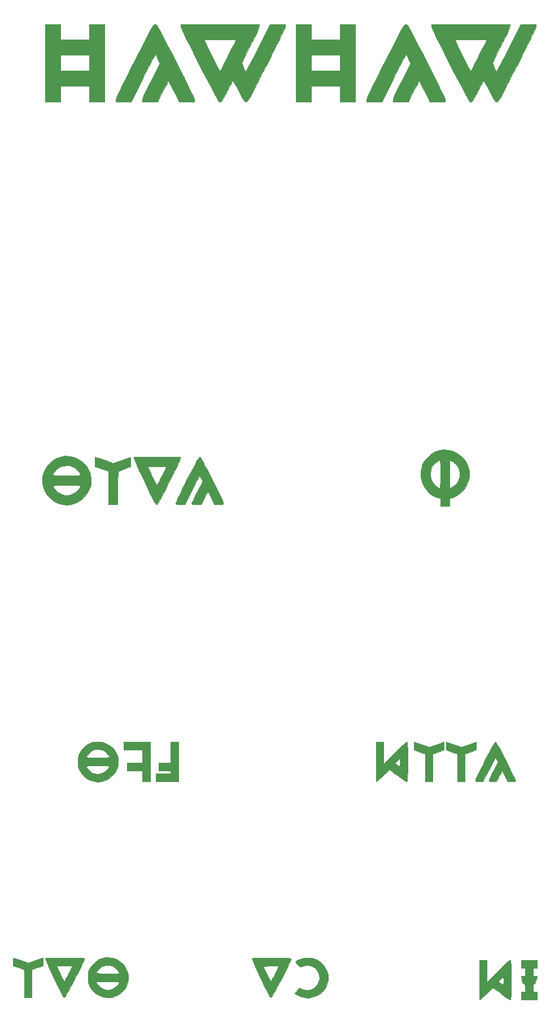
<source format=gbr>
%TF.GenerationSoftware,KiCad,Pcbnew,(5.1.8-0-10_14)*%
%TF.CreationDate,2021-09-13T18:17:36-04:00*%
%TF.ProjectId,wahwah_panel,77616877-6168-45f7-9061-6e656c2e6b69,rev?*%
%TF.SameCoordinates,Original*%
%TF.FileFunction,Legend,Bot*%
%TF.FilePolarity,Positive*%
%FSLAX46Y46*%
G04 Gerber Fmt 4.6, Leading zero omitted, Abs format (unit mm)*
G04 Created by KiCad (PCBNEW (5.1.8-0-10_14)) date 2021-09-13 18:17:36*
%MOMM*%
%LPD*%
G01*
G04 APERTURE LIST*
%ADD10C,0.010000*%
G04 APERTURE END LIST*
D10*
%TO.C,G\u002A\u002A\u002A*%
G36*
X-368988534Y-69628503D02*
G01*
X-369100682Y-69782407D01*
X-369263336Y-70048811D01*
X-369481055Y-70435809D01*
X-369758398Y-70951499D01*
X-370099925Y-71603976D01*
X-370495703Y-72373000D01*
X-370820608Y-73011956D01*
X-371119689Y-73607461D01*
X-371384335Y-74141813D01*
X-371605938Y-74597309D01*
X-371775889Y-74956245D01*
X-371885579Y-75200920D01*
X-371926399Y-75313630D01*
X-371926478Y-75315167D01*
X-371904228Y-75394849D01*
X-371811850Y-75439737D01*
X-371613990Y-75458934D01*
X-371356500Y-75461912D01*
X-370785000Y-75460491D01*
X-369855020Y-73650475D01*
X-368925039Y-71840458D01*
X-368730725Y-72166310D01*
X-368536411Y-72492161D01*
X-369216205Y-73849751D01*
X-369435488Y-74294544D01*
X-369625343Y-74692774D01*
X-369773480Y-75017579D01*
X-369867607Y-75242097D01*
X-369896000Y-75335338D01*
X-369861333Y-75405502D01*
X-369736252Y-75445291D01*
X-369489140Y-75461703D01*
X-369317806Y-75463334D01*
X-368739612Y-75463334D01*
X-368546474Y-75050975D01*
X-368379110Y-74714284D01*
X-368188369Y-74358879D01*
X-368123036Y-74244290D01*
X-367892737Y-73849963D01*
X-367059667Y-75461259D01*
X-366488167Y-75462296D01*
X-366180637Y-75456863D01*
X-366006842Y-75433078D01*
X-365931433Y-75381818D01*
X-365918189Y-75315167D01*
X-365956025Y-75208200D01*
X-366063081Y-74968549D01*
X-366230749Y-74613915D01*
X-366450418Y-74162003D01*
X-366713481Y-73630514D01*
X-367011329Y-73037151D01*
X-367335352Y-72399617D01*
X-367348964Y-72373000D01*
X-367756924Y-71580486D01*
X-368096289Y-70932591D01*
X-368371618Y-70421221D01*
X-368587472Y-70038278D01*
X-368748409Y-69775666D01*
X-368858988Y-69625289D01*
X-368922333Y-69579000D01*
X-368988534Y-69628503D01*
G37*
X-368988534Y-69628503D02*
X-369100682Y-69782407D01*
X-369263336Y-70048811D01*
X-369481055Y-70435809D01*
X-369758398Y-70951499D01*
X-370099925Y-71603976D01*
X-370495703Y-72373000D01*
X-370820608Y-73011956D01*
X-371119689Y-73607461D01*
X-371384335Y-74141813D01*
X-371605938Y-74597309D01*
X-371775889Y-74956245D01*
X-371885579Y-75200920D01*
X-371926399Y-75313630D01*
X-371926478Y-75315167D01*
X-371904228Y-75394849D01*
X-371811850Y-75439737D01*
X-371613990Y-75458934D01*
X-371356500Y-75461912D01*
X-370785000Y-75460491D01*
X-369855020Y-73650475D01*
X-368925039Y-71840458D01*
X-368730725Y-72166310D01*
X-368536411Y-72492161D01*
X-369216205Y-73849751D01*
X-369435488Y-74294544D01*
X-369625343Y-74692774D01*
X-369773480Y-75017579D01*
X-369867607Y-75242097D01*
X-369896000Y-75335338D01*
X-369861333Y-75405502D01*
X-369736252Y-75445291D01*
X-369489140Y-75461703D01*
X-369317806Y-75463334D01*
X-368739612Y-75463334D01*
X-368546474Y-75050975D01*
X-368379110Y-74714284D01*
X-368188369Y-74358879D01*
X-368123036Y-74244290D01*
X-367892737Y-73849963D01*
X-367059667Y-75461259D01*
X-366488167Y-75462296D01*
X-366180637Y-75456863D01*
X-366006842Y-75433078D01*
X-365931433Y-75381818D01*
X-365918189Y-75315167D01*
X-365956025Y-75208200D01*
X-366063081Y-74968549D01*
X-366230749Y-74613915D01*
X-366450418Y-74162003D01*
X-366713481Y-73630514D01*
X-367011329Y-73037151D01*
X-367335352Y-72399617D01*
X-367348964Y-72373000D01*
X-367756924Y-71580486D01*
X-368096289Y-70932591D01*
X-368371618Y-70421221D01*
X-368587472Y-70038278D01*
X-368748409Y-69775666D01*
X-368858988Y-69625289D01*
X-368922333Y-69579000D01*
X-368988534Y-69628503D01*
G36*
X-372943624Y-69927070D02*
G01*
X-374043915Y-70313739D01*
X-376330667Y-69549325D01*
X-376330667Y-70696779D01*
X-375484000Y-71026738D01*
X-374637334Y-71356696D01*
X-374637334Y-75463334D01*
X-373536667Y-75463334D01*
X-373536667Y-71354127D01*
X-372690000Y-71030868D01*
X-371843334Y-70707610D01*
X-371843334Y-69540400D01*
X-372943624Y-69927070D01*
G37*
X-372943624Y-69927070D02*
X-374043915Y-70313739D01*
X-376330667Y-69549325D01*
X-376330667Y-70696779D01*
X-375484000Y-71026738D01*
X-374637334Y-71356696D01*
X-374637334Y-75463334D01*
X-373536667Y-75463334D01*
X-373536667Y-71354127D01*
X-372690000Y-71030868D01*
X-371843334Y-70707610D01*
X-371843334Y-69540400D01*
X-372943624Y-69927070D01*
G36*
X-377769624Y-69927070D02*
G01*
X-378869915Y-70313739D01*
X-381156667Y-69549325D01*
X-381156667Y-70696779D01*
X-380310000Y-71026738D01*
X-379463334Y-71356696D01*
X-379463334Y-75463334D01*
X-378362667Y-75463334D01*
X-378362667Y-71354127D01*
X-377516000Y-71030868D01*
X-376669334Y-70707610D01*
X-376669334Y-69540400D01*
X-377769624Y-69927070D01*
G37*
X-377769624Y-69927070D02*
X-378869915Y-70313739D01*
X-381156667Y-69549325D01*
X-381156667Y-70696779D01*
X-380310000Y-71026738D01*
X-379463334Y-71356696D01*
X-379463334Y-75463334D01*
X-378362667Y-75463334D01*
X-378362667Y-71354127D01*
X-377516000Y-71030868D01*
X-376669334Y-70707610D01*
X-376669334Y-69540400D01*
X-377769624Y-69927070D01*
G36*
X-386829334Y-72500000D02*
G01*
X-386828126Y-73318188D01*
X-386824170Y-73980835D01*
X-386816968Y-74501718D01*
X-386806019Y-74894616D01*
X-386790825Y-75173306D01*
X-386770887Y-75351565D01*
X-386745706Y-75443172D01*
X-386721987Y-75463334D01*
X-386627148Y-75406099D01*
X-386438197Y-75248582D01*
X-386178909Y-75012058D01*
X-385873057Y-74717805D01*
X-385728667Y-74574334D01*
X-385414219Y-74262262D01*
X-385141478Y-73998087D01*
X-384932711Y-73802875D01*
X-384810184Y-73697688D01*
X-384788942Y-73685334D01*
X-384707124Y-73733978D01*
X-384513634Y-73868881D01*
X-384231354Y-74073492D01*
X-383883166Y-74331264D01*
X-383559762Y-74574296D01*
X-383166864Y-74865242D01*
X-382812254Y-75116249D01*
X-382520996Y-75310483D01*
X-382318157Y-75431107D01*
X-382236167Y-75463296D01*
X-382196774Y-75454063D01*
X-382165028Y-75415418D01*
X-382140111Y-75330976D01*
X-382121202Y-75184353D01*
X-382107483Y-74959162D01*
X-382098134Y-74639020D01*
X-382092336Y-74207540D01*
X-382089270Y-73648337D01*
X-382088116Y-72945028D01*
X-382088045Y-72669334D01*
X-383188667Y-72669334D01*
X-383196376Y-72961457D01*
X-383216664Y-73173133D01*
X-383245271Y-73261534D01*
X-383247616Y-73262000D01*
X-383346803Y-73217635D01*
X-383529847Y-73105398D01*
X-383628616Y-73038819D01*
X-383819771Y-72896834D01*
X-383935186Y-72792750D01*
X-383950667Y-72767222D01*
X-383894272Y-72677009D01*
X-383754695Y-72519628D01*
X-383576349Y-72339237D01*
X-383403646Y-72179997D01*
X-383280996Y-72086064D01*
X-383256151Y-72076667D01*
X-383222889Y-72154169D01*
X-383198787Y-72358128D01*
X-383188720Y-72645721D01*
X-383188667Y-72669334D01*
X-382088045Y-72669334D01*
X-382088000Y-72500000D01*
X-382088471Y-71711997D01*
X-382090427Y-71076951D01*
X-382094682Y-70578485D01*
X-382102052Y-70200224D01*
X-382113349Y-69925793D01*
X-382129390Y-69738815D01*
X-382150988Y-69622916D01*
X-382178958Y-69561719D01*
X-382214114Y-69538849D01*
X-382235392Y-69536667D01*
X-382331701Y-69594532D01*
X-382529860Y-69757873D01*
X-382813113Y-70011306D01*
X-383164707Y-70339448D01*
X-383567886Y-70726914D01*
X-384005896Y-71158322D01*
X-384055725Y-71208040D01*
X-385728667Y-72879412D01*
X-385728667Y-69536667D01*
X-386829334Y-69536667D01*
X-386829334Y-72500000D01*
G37*
X-386829334Y-72500000D02*
X-386828126Y-73318188D01*
X-386824170Y-73980835D01*
X-386816968Y-74501718D01*
X-386806019Y-74894616D01*
X-386790825Y-75173306D01*
X-386770887Y-75351565D01*
X-386745706Y-75443172D01*
X-386721987Y-75463334D01*
X-386627148Y-75406099D01*
X-386438197Y-75248582D01*
X-386178909Y-75012058D01*
X-385873057Y-74717805D01*
X-385728667Y-74574334D01*
X-385414219Y-74262262D01*
X-385141478Y-73998087D01*
X-384932711Y-73802875D01*
X-384810184Y-73697688D01*
X-384788942Y-73685334D01*
X-384707124Y-73733978D01*
X-384513634Y-73868881D01*
X-384231354Y-74073492D01*
X-383883166Y-74331264D01*
X-383559762Y-74574296D01*
X-383166864Y-74865242D01*
X-382812254Y-75116249D01*
X-382520996Y-75310483D01*
X-382318157Y-75431107D01*
X-382236167Y-75463296D01*
X-382196774Y-75454063D01*
X-382165028Y-75415418D01*
X-382140111Y-75330976D01*
X-382121202Y-75184353D01*
X-382107483Y-74959162D01*
X-382098134Y-74639020D01*
X-382092336Y-74207540D01*
X-382089270Y-73648337D01*
X-382088116Y-72945028D01*
X-382088045Y-72669334D01*
X-383188667Y-72669334D01*
X-383196376Y-72961457D01*
X-383216664Y-73173133D01*
X-383245271Y-73261534D01*
X-383247616Y-73262000D01*
X-383346803Y-73217635D01*
X-383529847Y-73105398D01*
X-383628616Y-73038819D01*
X-383819771Y-72896834D01*
X-383935186Y-72792750D01*
X-383950667Y-72767222D01*
X-383894272Y-72677009D01*
X-383754695Y-72519628D01*
X-383576349Y-72339237D01*
X-383403646Y-72179997D01*
X-383280996Y-72086064D01*
X-383256151Y-72076667D01*
X-383222889Y-72154169D01*
X-383198787Y-72358128D01*
X-383188720Y-72645721D01*
X-383188667Y-72669334D01*
X-382088045Y-72669334D01*
X-382088000Y-72500000D01*
X-382088471Y-71711997D01*
X-382090427Y-71076951D01*
X-382094682Y-70578485D01*
X-382102052Y-70200224D01*
X-382113349Y-69925793D01*
X-382129390Y-69738815D01*
X-382150988Y-69622916D01*
X-382178958Y-69561719D01*
X-382214114Y-69538849D01*
X-382235392Y-69536667D01*
X-382331701Y-69594532D01*
X-382529860Y-69757873D01*
X-382813113Y-70011306D01*
X-383164707Y-70339448D01*
X-383567886Y-70726914D01*
X-384005896Y-71158322D01*
X-384055725Y-71208040D01*
X-385728667Y-72879412D01*
X-385728667Y-69536667D01*
X-386829334Y-69536667D01*
X-386829334Y-72500000D01*
G36*
X-397633050Y-101894964D02*
G01*
X-398177767Y-102028134D01*
X-398629747Y-102245923D01*
X-398715788Y-102307581D01*
X-398927455Y-102471842D01*
X-398542478Y-102858905D01*
X-398157502Y-103245967D01*
X-397846698Y-103116105D01*
X-397365422Y-103000515D01*
X-396849726Y-103020315D01*
X-396352260Y-103165665D01*
X-395925677Y-103426723D01*
X-395857751Y-103487856D01*
X-395585830Y-103803234D01*
X-395413209Y-104156874D01*
X-395334094Y-104443887D01*
X-395292370Y-104976699D01*
X-395396401Y-105469550D01*
X-395624047Y-105904507D01*
X-395953169Y-106263638D01*
X-396361627Y-106529012D01*
X-396827282Y-106682696D01*
X-397327995Y-106706759D01*
X-397841625Y-106583270D01*
X-397929408Y-106545961D01*
X-398286028Y-106384066D01*
X-398631944Y-106797225D01*
X-398977860Y-107210383D01*
X-398783324Y-107337592D01*
X-398174527Y-107645989D01*
X-397514118Y-107822485D01*
X-396844725Y-107859828D01*
X-396262508Y-107766430D01*
X-395578529Y-107494197D01*
X-395002077Y-107091203D01*
X-394534467Y-106558567D01*
X-394241732Y-106044403D01*
X-394123627Y-105757283D01*
X-394055409Y-105484434D01*
X-394024624Y-105159011D01*
X-394018621Y-104847129D01*
X-394024931Y-104465564D01*
X-394055955Y-104184648D01*
X-394126369Y-103935994D01*
X-394250853Y-103651215D01*
X-394294543Y-103561481D01*
X-394666603Y-102977319D01*
X-395148499Y-102490982D01*
X-395709604Y-102131295D01*
X-395904717Y-102046161D01*
X-396450302Y-101899679D01*
X-397041821Y-101850713D01*
X-397633050Y-101894964D01*
G37*
X-397633050Y-101894964D02*
X-398177767Y-102028134D01*
X-398629747Y-102245923D01*
X-398715788Y-102307581D01*
X-398927455Y-102471842D01*
X-398542478Y-102858905D01*
X-398157502Y-103245967D01*
X-397846698Y-103116105D01*
X-397365422Y-103000515D01*
X-396849726Y-103020315D01*
X-396352260Y-103165665D01*
X-395925677Y-103426723D01*
X-395857751Y-103487856D01*
X-395585830Y-103803234D01*
X-395413209Y-104156874D01*
X-395334094Y-104443887D01*
X-395292370Y-104976699D01*
X-395396401Y-105469550D01*
X-395624047Y-105904507D01*
X-395953169Y-106263638D01*
X-396361627Y-106529012D01*
X-396827282Y-106682696D01*
X-397327995Y-106706759D01*
X-397841625Y-106583270D01*
X-397929408Y-106545961D01*
X-398286028Y-106384066D01*
X-398631944Y-106797225D01*
X-398977860Y-107210383D01*
X-398783324Y-107337592D01*
X-398174527Y-107645989D01*
X-397514118Y-107822485D01*
X-396844725Y-107859828D01*
X-396262508Y-107766430D01*
X-395578529Y-107494197D01*
X-395002077Y-107091203D01*
X-394534467Y-106558567D01*
X-394241732Y-106044403D01*
X-394123627Y-105757283D01*
X-394055409Y-105484434D01*
X-394024624Y-105159011D01*
X-394018621Y-104847129D01*
X-394024931Y-104465564D01*
X-394055955Y-104184648D01*
X-394126369Y-103935994D01*
X-394250853Y-103651215D01*
X-394294543Y-103561481D01*
X-394666603Y-102977319D01*
X-395148499Y-102490982D01*
X-395709604Y-102131295D01*
X-395904717Y-102046161D01*
X-396450302Y-101899679D01*
X-397041821Y-101850713D01*
X-397633050Y-101894964D01*
G36*
X-403263223Y-101885865D02*
G01*
X-403890284Y-101887364D01*
X-404381263Y-101891017D01*
X-404752788Y-101897768D01*
X-405021484Y-101908563D01*
X-405203976Y-101924347D01*
X-405316892Y-101946063D01*
X-405376856Y-101974657D01*
X-405400496Y-102011074D01*
X-405404455Y-102051563D01*
X-405369182Y-102164052D01*
X-405268801Y-102410961D01*
X-405111467Y-102774049D01*
X-404905335Y-103235074D01*
X-404658560Y-103775791D01*
X-404379298Y-104377960D01*
X-404079702Y-105014896D01*
X-403711191Y-105788756D01*
X-403406187Y-106419109D01*
X-403158892Y-106916952D01*
X-402963510Y-107293280D01*
X-402814244Y-107559088D01*
X-402705298Y-107725371D01*
X-402630874Y-107803127D01*
X-402604945Y-107812243D01*
X-402529580Y-107765873D01*
X-402414313Y-107619242D01*
X-402252378Y-107361066D01*
X-402037012Y-106980062D01*
X-401761451Y-106464948D01*
X-401526304Y-106013076D01*
X-401041389Y-105071092D01*
X-400632380Y-104270925D01*
X-400295536Y-103604961D01*
X-400041659Y-103094803D01*
X-401373005Y-103094803D01*
X-401399714Y-103175863D01*
X-401492277Y-103380676D01*
X-401638119Y-103682917D01*
X-401824663Y-104056265D01*
X-401944159Y-104290360D01*
X-402153220Y-104684874D01*
X-402339102Y-105013135D01*
X-402487322Y-105251304D01*
X-402583400Y-105375544D01*
X-402609691Y-105385834D01*
X-402667333Y-105286857D01*
X-402780929Y-105063598D01*
X-402935871Y-104745707D01*
X-403117550Y-104362834D01*
X-403187102Y-104213909D01*
X-403698959Y-103113243D01*
X-402550394Y-103089611D01*
X-402128464Y-103082977D01*
X-401771887Y-103081253D01*
X-401512460Y-103084299D01*
X-401381982Y-103091975D01*
X-401373005Y-103094803D01*
X-400041659Y-103094803D01*
X-400027117Y-103065583D01*
X-399823384Y-102645176D01*
X-399680596Y-102336123D01*
X-399595014Y-102130809D01*
X-399562898Y-102021618D01*
X-399562455Y-102013878D01*
X-399579372Y-101979247D01*
X-399640794Y-101951351D01*
X-399762724Y-101929486D01*
X-399961165Y-101912950D01*
X-400252121Y-101901040D01*
X-400651596Y-101893053D01*
X-401175594Y-101888286D01*
X-401840118Y-101886036D01*
X-402483455Y-101885576D01*
X-403263223Y-101885865D01*
G37*
X-403263223Y-101885865D02*
X-403890284Y-101887364D01*
X-404381263Y-101891017D01*
X-404752788Y-101897768D01*
X-405021484Y-101908563D01*
X-405203976Y-101924347D01*
X-405316892Y-101946063D01*
X-405376856Y-101974657D01*
X-405400496Y-102011074D01*
X-405404455Y-102051563D01*
X-405369182Y-102164052D01*
X-405268801Y-102410961D01*
X-405111467Y-102774049D01*
X-404905335Y-103235074D01*
X-404658560Y-103775791D01*
X-404379298Y-104377960D01*
X-404079702Y-105014896D01*
X-403711191Y-105788756D01*
X-403406187Y-106419109D01*
X-403158892Y-106916952D01*
X-402963510Y-107293280D01*
X-402814244Y-107559088D01*
X-402705298Y-107725371D01*
X-402630874Y-107803127D01*
X-402604945Y-107812243D01*
X-402529580Y-107765873D01*
X-402414313Y-107619242D01*
X-402252378Y-107361066D01*
X-402037012Y-106980062D01*
X-401761451Y-106464948D01*
X-401526304Y-106013076D01*
X-401041389Y-105071092D01*
X-400632380Y-104270925D01*
X-400295536Y-103604961D01*
X-400041659Y-103094803D01*
X-401373005Y-103094803D01*
X-401399714Y-103175863D01*
X-401492277Y-103380676D01*
X-401638119Y-103682917D01*
X-401824663Y-104056265D01*
X-401944159Y-104290360D01*
X-402153220Y-104684874D01*
X-402339102Y-105013135D01*
X-402487322Y-105251304D01*
X-402583400Y-105375544D01*
X-402609691Y-105385834D01*
X-402667333Y-105286857D01*
X-402780929Y-105063598D01*
X-402935871Y-104745707D01*
X-403117550Y-104362834D01*
X-403187102Y-104213909D01*
X-403698959Y-103113243D01*
X-402550394Y-103089611D01*
X-402128464Y-103082977D01*
X-401771887Y-103081253D01*
X-401512460Y-103084299D01*
X-401381982Y-103091975D01*
X-401373005Y-103094803D01*
X-400041659Y-103094803D01*
X-400027117Y-103065583D01*
X-399823384Y-102645176D01*
X-399680596Y-102336123D01*
X-399595014Y-102130809D01*
X-399562898Y-102021618D01*
X-399562455Y-102013878D01*
X-399579372Y-101979247D01*
X-399640794Y-101951351D01*
X-399762724Y-101929486D01*
X-399961165Y-101912950D01*
X-400252121Y-101901040D01*
X-400651596Y-101893053D01*
X-401175594Y-101888286D01*
X-401840118Y-101886036D01*
X-402483455Y-101885576D01*
X-403263223Y-101885865D01*
G36*
X-365052667Y-103391334D02*
G01*
X-364460000Y-103391334D01*
X-364460000Y-104576667D01*
X-364756334Y-104576667D01*
X-364951127Y-104592588D01*
X-365046849Y-104631746D01*
X-365048972Y-104640167D01*
X-365030976Y-104751173D01*
X-364987963Y-104975293D01*
X-364940007Y-105211667D01*
X-364869447Y-105502734D01*
X-364796484Y-105664225D01*
X-364699945Y-105734854D01*
X-364647369Y-105746722D01*
X-364548588Y-105774990D01*
X-364492304Y-105849730D01*
X-364466733Y-106009541D01*
X-364460094Y-106293024D01*
X-364460000Y-106360555D01*
X-364460000Y-106947334D01*
X-365052667Y-106947334D01*
X-365052667Y-108132667D01*
X-362682000Y-108132667D01*
X-362682000Y-106947334D01*
X-363274667Y-106947334D01*
X-363274667Y-106360555D01*
X-363270079Y-106050314D01*
X-363248593Y-105870779D01*
X-363198624Y-105783406D01*
X-363108588Y-105749651D01*
X-363090178Y-105746722D01*
X-362971861Y-105695602D01*
X-362885197Y-105558025D01*
X-362807188Y-105295282D01*
X-362797432Y-105254000D01*
X-362723542Y-104921743D01*
X-362697973Y-104721018D01*
X-362729574Y-104618689D01*
X-362827194Y-104581620D01*
X-362978334Y-104576667D01*
X-363274667Y-104576667D01*
X-363274667Y-103391334D01*
X-362682000Y-103391334D01*
X-362682000Y-102206000D01*
X-365052667Y-102206000D01*
X-365052667Y-103391334D01*
G37*
X-365052667Y-103391334D02*
X-364460000Y-103391334D01*
X-364460000Y-104576667D01*
X-364756334Y-104576667D01*
X-364951127Y-104592588D01*
X-365046849Y-104631746D01*
X-365048972Y-104640167D01*
X-365030976Y-104751173D01*
X-364987963Y-104975293D01*
X-364940007Y-105211667D01*
X-364869447Y-105502734D01*
X-364796484Y-105664225D01*
X-364699945Y-105734854D01*
X-364647369Y-105746722D01*
X-364548588Y-105774990D01*
X-364492304Y-105849730D01*
X-364466733Y-106009541D01*
X-364460094Y-106293024D01*
X-364460000Y-106360555D01*
X-364460000Y-106947334D01*
X-365052667Y-106947334D01*
X-365052667Y-108132667D01*
X-362682000Y-108132667D01*
X-362682000Y-106947334D01*
X-363274667Y-106947334D01*
X-363274667Y-106360555D01*
X-363270079Y-106050314D01*
X-363248593Y-105870779D01*
X-363198624Y-105783406D01*
X-363108588Y-105749651D01*
X-363090178Y-105746722D01*
X-362971861Y-105695602D01*
X-362885197Y-105558025D01*
X-362807188Y-105295282D01*
X-362797432Y-105254000D01*
X-362723542Y-104921743D01*
X-362697973Y-104721018D01*
X-362729574Y-104618689D01*
X-362827194Y-104581620D01*
X-362978334Y-104576667D01*
X-363274667Y-104576667D01*
X-363274667Y-103391334D01*
X-362682000Y-103391334D01*
X-362682000Y-102206000D01*
X-365052667Y-102206000D01*
X-365052667Y-103391334D01*
G36*
X-371318000Y-105169334D02*
G01*
X-371316793Y-105987521D01*
X-371312837Y-106650168D01*
X-371305635Y-107171052D01*
X-371294686Y-107563950D01*
X-371279492Y-107842640D01*
X-371259554Y-108020899D01*
X-371234372Y-108112505D01*
X-371210654Y-108132667D01*
X-371115814Y-108075433D01*
X-370926863Y-107917915D01*
X-370667575Y-107681392D01*
X-370361724Y-107387138D01*
X-370217334Y-107243667D01*
X-369902886Y-106931595D01*
X-369630145Y-106667420D01*
X-369421378Y-106472208D01*
X-369298851Y-106367022D01*
X-369277609Y-106354667D01*
X-369195790Y-106403312D01*
X-369002301Y-106538214D01*
X-368720021Y-106742825D01*
X-368371833Y-107000597D01*
X-368048429Y-107243629D01*
X-367655531Y-107534575D01*
X-367300920Y-107785583D01*
X-367009663Y-107979816D01*
X-366806823Y-108100440D01*
X-366724834Y-108132629D01*
X-366685441Y-108123396D01*
X-366653695Y-108084751D01*
X-366628778Y-108000310D01*
X-366609869Y-107853686D01*
X-366596150Y-107628496D01*
X-366586801Y-107308353D01*
X-366581003Y-106876873D01*
X-366577937Y-106317671D01*
X-366576783Y-105614361D01*
X-366576712Y-105338667D01*
X-367677334Y-105338667D01*
X-367685043Y-105630791D01*
X-367705331Y-105842467D01*
X-367733938Y-105930867D01*
X-367736283Y-105931334D01*
X-367835470Y-105886969D01*
X-368018514Y-105774731D01*
X-368117283Y-105708152D01*
X-368308437Y-105566167D01*
X-368423853Y-105462083D01*
X-368439334Y-105436555D01*
X-368382939Y-105346342D01*
X-368243362Y-105188961D01*
X-368065016Y-105008571D01*
X-367892312Y-104849330D01*
X-367769663Y-104755398D01*
X-367744817Y-104746000D01*
X-367711556Y-104823503D01*
X-367687454Y-105027462D01*
X-367677387Y-105315054D01*
X-367677334Y-105338667D01*
X-366576712Y-105338667D01*
X-366576667Y-105169334D01*
X-366577138Y-104381331D01*
X-366579094Y-103746284D01*
X-366583349Y-103247818D01*
X-366590718Y-102869557D01*
X-366602016Y-102595126D01*
X-366618057Y-102408148D01*
X-366639655Y-102292249D01*
X-366667625Y-102231052D01*
X-366702781Y-102208182D01*
X-366724059Y-102206000D01*
X-366820368Y-102263866D01*
X-367018526Y-102427207D01*
X-367301780Y-102680640D01*
X-367653373Y-103008781D01*
X-368056552Y-103396247D01*
X-368494563Y-103827655D01*
X-368544392Y-103877373D01*
X-370217334Y-105548746D01*
X-370217334Y-102206000D01*
X-371318000Y-102206000D01*
X-371318000Y-105169334D01*
G37*
X-371318000Y-105169334D02*
X-371316793Y-105987521D01*
X-371312837Y-106650168D01*
X-371305635Y-107171052D01*
X-371294686Y-107563950D01*
X-371279492Y-107842640D01*
X-371259554Y-108020899D01*
X-371234372Y-108112505D01*
X-371210654Y-108132667D01*
X-371115814Y-108075433D01*
X-370926863Y-107917915D01*
X-370667575Y-107681392D01*
X-370361724Y-107387138D01*
X-370217334Y-107243667D01*
X-369902886Y-106931595D01*
X-369630145Y-106667420D01*
X-369421378Y-106472208D01*
X-369298851Y-106367022D01*
X-369277609Y-106354667D01*
X-369195790Y-106403312D01*
X-369002301Y-106538214D01*
X-368720021Y-106742825D01*
X-368371833Y-107000597D01*
X-368048429Y-107243629D01*
X-367655531Y-107534575D01*
X-367300920Y-107785583D01*
X-367009663Y-107979816D01*
X-366806823Y-108100440D01*
X-366724834Y-108132629D01*
X-366685441Y-108123396D01*
X-366653695Y-108084751D01*
X-366628778Y-108000310D01*
X-366609869Y-107853686D01*
X-366596150Y-107628496D01*
X-366586801Y-107308353D01*
X-366581003Y-106876873D01*
X-366577937Y-106317671D01*
X-366576783Y-105614361D01*
X-366576712Y-105338667D01*
X-367677334Y-105338667D01*
X-367685043Y-105630791D01*
X-367705331Y-105842467D01*
X-367733938Y-105930867D01*
X-367736283Y-105931334D01*
X-367835470Y-105886969D01*
X-368018514Y-105774731D01*
X-368117283Y-105708152D01*
X-368308437Y-105566167D01*
X-368423853Y-105462083D01*
X-368439334Y-105436555D01*
X-368382939Y-105346342D01*
X-368243362Y-105188961D01*
X-368065016Y-105008571D01*
X-367892312Y-104849330D01*
X-367769663Y-104755398D01*
X-367744817Y-104746000D01*
X-367711556Y-104823503D01*
X-367687454Y-105027462D01*
X-367677387Y-105315054D01*
X-367677334Y-105338667D01*
X-366576712Y-105338667D01*
X-366576667Y-105169334D01*
X-366577138Y-104381331D01*
X-366579094Y-103746284D01*
X-366583349Y-103247818D01*
X-366590718Y-102869557D01*
X-366602016Y-102595126D01*
X-366618057Y-102408148D01*
X-366639655Y-102292249D01*
X-366667625Y-102231052D01*
X-366702781Y-102208182D01*
X-366724059Y-102206000D01*
X-366820368Y-102263866D01*
X-367018526Y-102427207D01*
X-367301780Y-102680640D01*
X-367653373Y-103008781D01*
X-368056552Y-103396247D01*
X-368494563Y-103827655D01*
X-368544392Y-103877373D01*
X-370217334Y-105548746D01*
X-370217334Y-102206000D01*
X-371318000Y-102206000D01*
X-371318000Y-105169334D01*
G36*
X-428911265Y-69509294D02*
G01*
X-429200660Y-69547234D01*
X-429474299Y-69632405D01*
X-429770139Y-69762618D01*
X-430398651Y-70143155D01*
X-430900677Y-70630079D01*
X-431267705Y-71215126D01*
X-431268806Y-71217473D01*
X-431379358Y-71477510D01*
X-431446804Y-71718107D01*
X-431481191Y-71996747D01*
X-431492569Y-72370912D01*
X-431493000Y-72500000D01*
X-431486245Y-72911032D01*
X-431459281Y-73210519D01*
X-431402059Y-73455941D01*
X-431304531Y-73704782D01*
X-431268806Y-73782528D01*
X-430912800Y-74352340D01*
X-430439787Y-74823548D01*
X-429877489Y-75183354D01*
X-429253627Y-75418959D01*
X-428595924Y-75517565D01*
X-427932100Y-75466373D01*
X-427727386Y-75417521D01*
X-427043408Y-75145288D01*
X-426466956Y-74742294D01*
X-425999345Y-74209658D01*
X-425706611Y-73695494D01*
X-425588505Y-73408374D01*
X-425541914Y-73222021D01*
X-426808259Y-73222021D01*
X-426810661Y-73316515D01*
X-426894407Y-73448498D01*
X-427044830Y-73624231D01*
X-427111500Y-73698323D01*
X-427541492Y-74065376D01*
X-428026111Y-74289839D01*
X-428537777Y-74365933D01*
X-429048914Y-74287879D01*
X-429341850Y-74165718D01*
X-429564831Y-74014340D01*
X-429806195Y-73799651D01*
X-430028369Y-73562134D01*
X-430193777Y-73342270D01*
X-430264847Y-73180542D01*
X-430265334Y-73170752D01*
X-430184171Y-73145743D01*
X-429954654Y-73124491D01*
X-429597737Y-73107938D01*
X-429134375Y-73097027D01*
X-428585524Y-73092701D01*
X-428529667Y-73092667D01*
X-427905379Y-73093666D01*
X-427435759Y-73100838D01*
X-427106143Y-73120445D01*
X-426901864Y-73158752D01*
X-426808259Y-73222021D01*
X-425541914Y-73222021D01*
X-425520288Y-73135525D01*
X-425489502Y-72810102D01*
X-425483500Y-72498220D01*
X-425489809Y-72116655D01*
X-425520833Y-71835739D01*
X-425532207Y-71795573D01*
X-426794000Y-71795573D01*
X-426826288Y-71834550D01*
X-426935403Y-71863809D01*
X-427139718Y-71884533D01*
X-427457608Y-71897906D01*
X-427907448Y-71905111D01*
X-428507613Y-71907332D01*
X-428529667Y-71907334D01*
X-429085553Y-71903682D01*
X-429557942Y-71893357D01*
X-429925878Y-71877299D01*
X-430168406Y-71856454D01*
X-430264572Y-71831762D01*
X-430265334Y-71829249D01*
X-430204039Y-71674346D01*
X-430045204Y-71457858D01*
X-429826402Y-71220267D01*
X-429585209Y-71002055D01*
X-429359197Y-70843706D01*
X-429341850Y-70834283D01*
X-428867447Y-70673286D01*
X-428350085Y-70648312D01*
X-427849532Y-70760770D01*
X-427762942Y-70797026D01*
X-427536280Y-70936196D01*
X-427287932Y-71142920D01*
X-427056235Y-71377690D01*
X-426879525Y-71600997D01*
X-426796140Y-71773333D01*
X-426794000Y-71795573D01*
X-425532207Y-71795573D01*
X-425591248Y-71587085D01*
X-425715731Y-71302306D01*
X-425759422Y-71212572D01*
X-426149486Y-70593570D01*
X-426640922Y-70109086D01*
X-427227117Y-69763200D01*
X-427901461Y-69559992D01*
X-428529667Y-69502558D01*
X-428911265Y-69509294D01*
G37*
X-428911265Y-69509294D02*
X-429200660Y-69547234D01*
X-429474299Y-69632405D01*
X-429770139Y-69762618D01*
X-430398651Y-70143155D01*
X-430900677Y-70630079D01*
X-431267705Y-71215126D01*
X-431268806Y-71217473D01*
X-431379358Y-71477510D01*
X-431446804Y-71718107D01*
X-431481191Y-71996747D01*
X-431492569Y-72370912D01*
X-431493000Y-72500000D01*
X-431486245Y-72911032D01*
X-431459281Y-73210519D01*
X-431402059Y-73455941D01*
X-431304531Y-73704782D01*
X-431268806Y-73782528D01*
X-430912800Y-74352340D01*
X-430439787Y-74823548D01*
X-429877489Y-75183354D01*
X-429253627Y-75418959D01*
X-428595924Y-75517565D01*
X-427932100Y-75466373D01*
X-427727386Y-75417521D01*
X-427043408Y-75145288D01*
X-426466956Y-74742294D01*
X-425999345Y-74209658D01*
X-425706611Y-73695494D01*
X-425588505Y-73408374D01*
X-425541914Y-73222021D01*
X-426808259Y-73222021D01*
X-426810661Y-73316515D01*
X-426894407Y-73448498D01*
X-427044830Y-73624231D01*
X-427111500Y-73698323D01*
X-427541492Y-74065376D01*
X-428026111Y-74289839D01*
X-428537777Y-74365933D01*
X-429048914Y-74287879D01*
X-429341850Y-74165718D01*
X-429564831Y-74014340D01*
X-429806195Y-73799651D01*
X-430028369Y-73562134D01*
X-430193777Y-73342270D01*
X-430264847Y-73180542D01*
X-430265334Y-73170752D01*
X-430184171Y-73145743D01*
X-429954654Y-73124491D01*
X-429597737Y-73107938D01*
X-429134375Y-73097027D01*
X-428585524Y-73092701D01*
X-428529667Y-73092667D01*
X-427905379Y-73093666D01*
X-427435759Y-73100838D01*
X-427106143Y-73120445D01*
X-426901864Y-73158752D01*
X-426808259Y-73222021D01*
X-425541914Y-73222021D01*
X-425520288Y-73135525D01*
X-425489502Y-72810102D01*
X-425483500Y-72498220D01*
X-425489809Y-72116655D01*
X-425520833Y-71835739D01*
X-425532207Y-71795573D01*
X-426794000Y-71795573D01*
X-426826288Y-71834550D01*
X-426935403Y-71863809D01*
X-427139718Y-71884533D01*
X-427457608Y-71897906D01*
X-427907448Y-71905111D01*
X-428507613Y-71907332D01*
X-428529667Y-71907334D01*
X-429085553Y-71903682D01*
X-429557942Y-71893357D01*
X-429925878Y-71877299D01*
X-430168406Y-71856454D01*
X-430264572Y-71831762D01*
X-430265334Y-71829249D01*
X-430204039Y-71674346D01*
X-430045204Y-71457858D01*
X-429826402Y-71220267D01*
X-429585209Y-71002055D01*
X-429359197Y-70843706D01*
X-429341850Y-70834283D01*
X-428867447Y-70673286D01*
X-428350085Y-70648312D01*
X-427849532Y-70760770D01*
X-427762942Y-70797026D01*
X-427536280Y-70936196D01*
X-427287932Y-71142920D01*
X-427056235Y-71377690D01*
X-426879525Y-71600997D01*
X-426796140Y-71773333D01*
X-426794000Y-71795573D01*
X-425532207Y-71795573D01*
X-425591248Y-71587085D01*
X-425715731Y-71302306D01*
X-425759422Y-71212572D01*
X-426149486Y-70593570D01*
X-426640922Y-70109086D01*
X-427227117Y-69763200D01*
X-427901461Y-69559992D01*
X-428529667Y-69502558D01*
X-428911265Y-69509294D01*
G36*
X-417650000Y-72669334D02*
G01*
X-419428000Y-72669334D01*
X-419428000Y-73854667D01*
X-417650000Y-73854667D01*
X-417650000Y-74278000D01*
X-419851334Y-74278000D01*
X-419851334Y-75463334D01*
X-416464667Y-75463334D01*
X-416464667Y-69536667D01*
X-417650000Y-69536667D01*
X-417650000Y-72669334D01*
G37*
X-417650000Y-72669334D02*
X-419428000Y-72669334D01*
X-419428000Y-73854667D01*
X-417650000Y-73854667D01*
X-417650000Y-74278000D01*
X-419851334Y-74278000D01*
X-419851334Y-75463334D01*
X-416464667Y-75463334D01*
X-416464667Y-69536667D01*
X-417650000Y-69536667D01*
X-417650000Y-72669334D01*
G36*
X-424677334Y-70722000D02*
G01*
X-421883334Y-70722000D01*
X-421883334Y-72669334D01*
X-424169334Y-72669334D01*
X-424169334Y-73854667D01*
X-421883334Y-73854667D01*
X-421883334Y-75463334D01*
X-420698000Y-75463334D01*
X-420698000Y-69536667D01*
X-424677334Y-69536667D01*
X-424677334Y-70722000D01*
G37*
X-424677334Y-70722000D02*
X-421883334Y-70722000D01*
X-421883334Y-72669334D01*
X-424169334Y-72669334D01*
X-424169334Y-73854667D01*
X-421883334Y-73854667D01*
X-421883334Y-75463334D01*
X-420698000Y-75463334D01*
X-420698000Y-69536667D01*
X-424677334Y-69536667D01*
X-424677334Y-70722000D01*
G36*
X-434135898Y-26831534D02*
G01*
X-434803158Y-27087801D01*
X-435409394Y-27470902D01*
X-435935520Y-27966682D01*
X-436362450Y-28560989D01*
X-436671097Y-29239670D01*
X-436816429Y-29812513D01*
X-436864086Y-30554750D01*
X-436759198Y-31264181D01*
X-436517639Y-31925565D01*
X-436155284Y-32523661D01*
X-435688008Y-33043229D01*
X-435131685Y-33469027D01*
X-434502189Y-33785816D01*
X-433815396Y-33978354D01*
X-433087179Y-34031401D01*
X-432491839Y-33964424D01*
X-431770376Y-33739595D01*
X-431120544Y-33371814D01*
X-430558723Y-32878195D01*
X-430101296Y-32275853D01*
X-429764643Y-31581903D01*
X-429671700Y-31243841D01*
X-431147267Y-31243841D01*
X-431160510Y-31338128D01*
X-431233745Y-31465118D01*
X-431351353Y-31629671D01*
X-431374471Y-31661504D01*
X-431789729Y-32103524D01*
X-432285096Y-32414553D01*
X-432832302Y-32586872D01*
X-433403075Y-32612760D01*
X-433969143Y-32484500D01*
X-434133667Y-32414882D01*
X-434602654Y-32122260D01*
X-434998484Y-31711035D01*
X-435136682Y-31518328D01*
X-435219666Y-31389918D01*
X-435264865Y-31290341D01*
X-435255619Y-31215929D01*
X-435175271Y-31163017D01*
X-435007162Y-31127941D01*
X-434734634Y-31107033D01*
X-434341029Y-31096628D01*
X-433809689Y-31093061D01*
X-433202334Y-31092667D01*
X-432527615Y-31092815D01*
X-432006606Y-31096502D01*
X-431623686Y-31108587D01*
X-431363236Y-31133931D01*
X-431209636Y-31177395D01*
X-431147267Y-31243841D01*
X-429671700Y-31243841D01*
X-429584619Y-30927107D01*
X-429533156Y-30210298D01*
X-429633584Y-29532915D01*
X-431128000Y-29532915D01*
X-431151443Y-29571131D01*
X-431233938Y-29600576D01*
X-431393732Y-29622311D01*
X-431649073Y-29637395D01*
X-432018208Y-29646886D01*
X-432519384Y-29651845D01*
X-433170849Y-29653331D01*
X-433202334Y-29653334D01*
X-433860632Y-29651973D01*
X-434367861Y-29647184D01*
X-434742268Y-29637907D01*
X-435002101Y-29623084D01*
X-435165608Y-29601656D01*
X-435251034Y-29572562D01*
X-435276629Y-29534743D01*
X-435276667Y-29532915D01*
X-435214306Y-29355349D01*
X-435049983Y-29115934D01*
X-434817842Y-28853564D01*
X-434552024Y-28607137D01*
X-434306334Y-28427481D01*
X-434076666Y-28296690D01*
X-433873334Y-28219803D01*
X-433636134Y-28182875D01*
X-433304862Y-28171964D01*
X-433201849Y-28171667D01*
X-432838219Y-28178298D01*
X-432583543Y-28207487D01*
X-432377660Y-28273172D01*
X-432160409Y-28389294D01*
X-432097849Y-28427481D01*
X-431831420Y-28624744D01*
X-431567125Y-28873824D01*
X-431339101Y-29135813D01*
X-431181483Y-29371805D01*
X-431128000Y-29532915D01*
X-429633584Y-29532915D01*
X-429636821Y-29511086D01*
X-429881413Y-28848514D01*
X-430252735Y-28241627D01*
X-430736586Y-27709467D01*
X-431318767Y-27271078D01*
X-431985078Y-26945503D01*
X-432694651Y-26756109D01*
X-433426700Y-26716252D01*
X-434135898Y-26831534D01*
G37*
X-434135898Y-26831534D02*
X-434803158Y-27087801D01*
X-435409394Y-27470902D01*
X-435935520Y-27966682D01*
X-436362450Y-28560989D01*
X-436671097Y-29239670D01*
X-436816429Y-29812513D01*
X-436864086Y-30554750D01*
X-436759198Y-31264181D01*
X-436517639Y-31925565D01*
X-436155284Y-32523661D01*
X-435688008Y-33043229D01*
X-435131685Y-33469027D01*
X-434502189Y-33785816D01*
X-433815396Y-33978354D01*
X-433087179Y-34031401D01*
X-432491839Y-33964424D01*
X-431770376Y-33739595D01*
X-431120544Y-33371814D01*
X-430558723Y-32878195D01*
X-430101296Y-32275853D01*
X-429764643Y-31581903D01*
X-429671700Y-31243841D01*
X-431147267Y-31243841D01*
X-431160510Y-31338128D01*
X-431233745Y-31465118D01*
X-431351353Y-31629671D01*
X-431374471Y-31661504D01*
X-431789729Y-32103524D01*
X-432285096Y-32414553D01*
X-432832302Y-32586872D01*
X-433403075Y-32612760D01*
X-433969143Y-32484500D01*
X-434133667Y-32414882D01*
X-434602654Y-32122260D01*
X-434998484Y-31711035D01*
X-435136682Y-31518328D01*
X-435219666Y-31389918D01*
X-435264865Y-31290341D01*
X-435255619Y-31215929D01*
X-435175271Y-31163017D01*
X-435007162Y-31127941D01*
X-434734634Y-31107033D01*
X-434341029Y-31096628D01*
X-433809689Y-31093061D01*
X-433202334Y-31092667D01*
X-432527615Y-31092815D01*
X-432006606Y-31096502D01*
X-431623686Y-31108587D01*
X-431363236Y-31133931D01*
X-431209636Y-31177395D01*
X-431147267Y-31243841D01*
X-429671700Y-31243841D01*
X-429584619Y-30927107D01*
X-429533156Y-30210298D01*
X-429633584Y-29532915D01*
X-431128000Y-29532915D01*
X-431151443Y-29571131D01*
X-431233938Y-29600576D01*
X-431393732Y-29622311D01*
X-431649073Y-29637395D01*
X-432018208Y-29646886D01*
X-432519384Y-29651845D01*
X-433170849Y-29653331D01*
X-433202334Y-29653334D01*
X-433860632Y-29651973D01*
X-434367861Y-29647184D01*
X-434742268Y-29637907D01*
X-435002101Y-29623084D01*
X-435165608Y-29601656D01*
X-435251034Y-29572562D01*
X-435276629Y-29534743D01*
X-435276667Y-29532915D01*
X-435214306Y-29355349D01*
X-435049983Y-29115934D01*
X-434817842Y-28853564D01*
X-434552024Y-28607137D01*
X-434306334Y-28427481D01*
X-434076666Y-28296690D01*
X-433873334Y-28219803D01*
X-433636134Y-28182875D01*
X-433304862Y-28171964D01*
X-433201849Y-28171667D01*
X-432838219Y-28178298D01*
X-432583543Y-28207487D01*
X-432377660Y-28273172D01*
X-432160409Y-28389294D01*
X-432097849Y-28427481D01*
X-431831420Y-28624744D01*
X-431567125Y-28873824D01*
X-431339101Y-29135813D01*
X-431181483Y-29371805D01*
X-431128000Y-29532915D01*
X-429633584Y-29532915D01*
X-429636821Y-29511086D01*
X-429881413Y-28848514D01*
X-430252735Y-28241627D01*
X-430736586Y-27709467D01*
X-431318767Y-27271078D01*
X-431985078Y-26945503D01*
X-432694651Y-26756109D01*
X-433426700Y-26716252D01*
X-434135898Y-26831534D01*
G36*
X-413319534Y-26892043D02*
G01*
X-413405981Y-26997227D01*
X-413528565Y-27185471D01*
X-413693181Y-27467358D01*
X-413905722Y-27853474D01*
X-414172082Y-28354403D01*
X-414498152Y-28980730D01*
X-414889827Y-29743038D01*
X-415120111Y-30194199D01*
X-415475225Y-30896030D01*
X-415805175Y-31557574D01*
X-416102085Y-32162345D01*
X-416358076Y-32693857D01*
X-416565272Y-33135626D01*
X-416715794Y-33471165D01*
X-416801765Y-33683988D01*
X-416819334Y-33750199D01*
X-416813127Y-33859843D01*
X-416771469Y-33925499D01*
X-416659800Y-33958448D01*
X-416443564Y-33969967D01*
X-416141784Y-33971334D01*
X-415464235Y-33971334D01*
X-414385723Y-31812334D01*
X-414106894Y-31257524D01*
X-413851372Y-30755497D01*
X-413629111Y-30325305D01*
X-413450069Y-29986000D01*
X-413324202Y-29756633D01*
X-413261467Y-29656255D01*
X-413257411Y-29653334D01*
X-413197010Y-29723306D01*
X-413094617Y-29903311D01*
X-413013868Y-30066985D01*
X-412820124Y-30480636D01*
X-413634754Y-32077818D01*
X-413877602Y-32560749D01*
X-414091568Y-32999251D01*
X-414265188Y-33368748D01*
X-414386994Y-33644662D01*
X-414445521Y-33802416D01*
X-414449025Y-33823167D01*
X-414428841Y-33896642D01*
X-414346955Y-33941053D01*
X-414170712Y-33963276D01*
X-413867454Y-33970186D01*
X-413750167Y-33970305D01*
X-413051667Y-33969277D01*
X-412548826Y-32987683D01*
X-412045986Y-32006089D01*
X-411553304Y-32988711D01*
X-411060622Y-33971334D01*
X-410383978Y-33971334D01*
X-410048306Y-33969301D01*
X-409847386Y-33955668D01*
X-409746637Y-33919134D01*
X-409711478Y-33848398D01*
X-409707334Y-33750199D01*
X-409744913Y-33630232D01*
X-409852400Y-33376340D01*
X-410021917Y-33005010D01*
X-410245587Y-32532725D01*
X-410515531Y-31975973D01*
X-410823872Y-31351239D01*
X-411162733Y-30675008D01*
X-411406556Y-30194199D01*
X-411834478Y-29357399D01*
X-412193748Y-28662055D01*
X-412490258Y-28097584D01*
X-412729901Y-27653401D01*
X-412918572Y-27318921D01*
X-413062162Y-27083560D01*
X-413166565Y-26936734D01*
X-413237675Y-26867857D01*
X-413263334Y-26859334D01*
X-413319534Y-26892043D01*
G37*
X-413319534Y-26892043D02*
X-413405981Y-26997227D01*
X-413528565Y-27185471D01*
X-413693181Y-27467358D01*
X-413905722Y-27853474D01*
X-414172082Y-28354403D01*
X-414498152Y-28980730D01*
X-414889827Y-29743038D01*
X-415120111Y-30194199D01*
X-415475225Y-30896030D01*
X-415805175Y-31557574D01*
X-416102085Y-32162345D01*
X-416358076Y-32693857D01*
X-416565272Y-33135626D01*
X-416715794Y-33471165D01*
X-416801765Y-33683988D01*
X-416819334Y-33750199D01*
X-416813127Y-33859843D01*
X-416771469Y-33925499D01*
X-416659800Y-33958448D01*
X-416443564Y-33969967D01*
X-416141784Y-33971334D01*
X-415464235Y-33971334D01*
X-414385723Y-31812334D01*
X-414106894Y-31257524D01*
X-413851372Y-30755497D01*
X-413629111Y-30325305D01*
X-413450069Y-29986000D01*
X-413324202Y-29756633D01*
X-413261467Y-29656255D01*
X-413257411Y-29653334D01*
X-413197010Y-29723306D01*
X-413094617Y-29903311D01*
X-413013868Y-30066985D01*
X-412820124Y-30480636D01*
X-413634754Y-32077818D01*
X-413877602Y-32560749D01*
X-414091568Y-32999251D01*
X-414265188Y-33368748D01*
X-414386994Y-33644662D01*
X-414445521Y-33802416D01*
X-414449025Y-33823167D01*
X-414428841Y-33896642D01*
X-414346955Y-33941053D01*
X-414170712Y-33963276D01*
X-413867454Y-33970186D01*
X-413750167Y-33970305D01*
X-413051667Y-33969277D01*
X-412548826Y-32987683D01*
X-412045986Y-32006089D01*
X-411553304Y-32988711D01*
X-411060622Y-33971334D01*
X-410383978Y-33971334D01*
X-410048306Y-33969301D01*
X-409847386Y-33955668D01*
X-409746637Y-33919134D01*
X-409711478Y-33848398D01*
X-409707334Y-33750199D01*
X-409744913Y-33630232D01*
X-409852400Y-33376340D01*
X-410021917Y-33005010D01*
X-410245587Y-32532725D01*
X-410515531Y-31975973D01*
X-410823872Y-31351239D01*
X-411162733Y-30675008D01*
X-411406556Y-30194199D01*
X-411834478Y-29357399D01*
X-412193748Y-28662055D01*
X-412490258Y-28097584D01*
X-412729901Y-27653401D01*
X-412918572Y-27318921D01*
X-413062162Y-27083560D01*
X-413166565Y-26936734D01*
X-413237675Y-26867857D01*
X-413263334Y-26859334D01*
X-413319534Y-26892043D01*
G36*
X-423084667Y-27076607D02*
G01*
X-423049260Y-27197118D01*
X-422948022Y-27453454D01*
X-422788426Y-27828799D01*
X-422577945Y-28306334D01*
X-422324053Y-28869241D01*
X-422034224Y-29500702D01*
X-421715930Y-30183900D01*
X-421504485Y-30632607D01*
X-421120253Y-31442756D01*
X-420800449Y-32112351D01*
X-420538164Y-32654410D01*
X-420326487Y-33081950D01*
X-420158510Y-33407990D01*
X-420027321Y-33645549D01*
X-419926013Y-33807645D01*
X-419847674Y-33907295D01*
X-419785395Y-33957518D01*
X-419732375Y-33971334D01*
X-419678289Y-33956258D01*
X-419612531Y-33902595D01*
X-419527924Y-33797689D01*
X-419417291Y-33628883D01*
X-419273454Y-33383523D01*
X-419089238Y-33048951D01*
X-418857465Y-32612512D01*
X-418570958Y-32061550D01*
X-418222539Y-31383409D01*
X-417841223Y-30636468D01*
X-417486109Y-29934637D01*
X-417156158Y-29273093D01*
X-416859249Y-28668322D01*
X-416701284Y-28340341D01*
X-418258667Y-28340341D01*
X-418294758Y-28433412D01*
X-418393330Y-28645034D01*
X-418539831Y-28946514D01*
X-418719709Y-29309159D01*
X-418918412Y-29704275D01*
X-419121388Y-30103170D01*
X-419314086Y-30477150D01*
X-419481953Y-30797521D01*
X-419610437Y-31035592D01*
X-419684987Y-31162668D01*
X-419696810Y-31176041D01*
X-419744704Y-31102706D01*
X-419850936Y-30899906D01*
X-420003348Y-30592137D01*
X-420189785Y-30203896D01*
X-420375334Y-29808695D01*
X-420581920Y-29363666D01*
X-420763635Y-28971066D01*
X-420908442Y-28656991D01*
X-421004305Y-28447538D01*
X-421038556Y-28370654D01*
X-420968229Y-28346804D01*
X-420755672Y-28326292D01*
X-420427975Y-28310535D01*
X-420012229Y-28300951D01*
X-419662722Y-28298667D01*
X-419196554Y-28301042D01*
X-418795849Y-28307617D01*
X-418488441Y-28317566D01*
X-418302166Y-28330062D01*
X-418258667Y-28340341D01*
X-416701284Y-28340341D01*
X-416603257Y-28136810D01*
X-416396062Y-27695041D01*
X-416245540Y-27359502D01*
X-416159569Y-27146679D01*
X-416142000Y-27080468D01*
X-416142000Y-26859334D01*
X-423084667Y-26859334D01*
X-423084667Y-27076607D01*
G37*
X-423084667Y-27076607D02*
X-423049260Y-27197118D01*
X-422948022Y-27453454D01*
X-422788426Y-27828799D01*
X-422577945Y-28306334D01*
X-422324053Y-28869241D01*
X-422034224Y-29500702D01*
X-421715930Y-30183900D01*
X-421504485Y-30632607D01*
X-421120253Y-31442756D01*
X-420800449Y-32112351D01*
X-420538164Y-32654410D01*
X-420326487Y-33081950D01*
X-420158510Y-33407990D01*
X-420027321Y-33645549D01*
X-419926013Y-33807645D01*
X-419847674Y-33907295D01*
X-419785395Y-33957518D01*
X-419732375Y-33971334D01*
X-419678289Y-33956258D01*
X-419612531Y-33902595D01*
X-419527924Y-33797689D01*
X-419417291Y-33628883D01*
X-419273454Y-33383523D01*
X-419089238Y-33048951D01*
X-418857465Y-32612512D01*
X-418570958Y-32061550D01*
X-418222539Y-31383409D01*
X-417841223Y-30636468D01*
X-417486109Y-29934637D01*
X-417156158Y-29273093D01*
X-416859249Y-28668322D01*
X-416701284Y-28340341D01*
X-418258667Y-28340341D01*
X-418294758Y-28433412D01*
X-418393330Y-28645034D01*
X-418539831Y-28946514D01*
X-418719709Y-29309159D01*
X-418918412Y-29704275D01*
X-419121388Y-30103170D01*
X-419314086Y-30477150D01*
X-419481953Y-30797521D01*
X-419610437Y-31035592D01*
X-419684987Y-31162668D01*
X-419696810Y-31176041D01*
X-419744704Y-31102706D01*
X-419850936Y-30899906D01*
X-420003348Y-30592137D01*
X-420189785Y-30203896D01*
X-420375334Y-29808695D01*
X-420581920Y-29363666D01*
X-420763635Y-28971066D01*
X-420908442Y-28656991D01*
X-421004305Y-28447538D01*
X-421038556Y-28370654D01*
X-420968229Y-28346804D01*
X-420755672Y-28326292D01*
X-420427975Y-28310535D01*
X-420012229Y-28300951D01*
X-419662722Y-28298667D01*
X-419196554Y-28301042D01*
X-418795849Y-28307617D01*
X-418488441Y-28317566D01*
X-418302166Y-28330062D01*
X-418258667Y-28340341D01*
X-416701284Y-28340341D01*
X-416603257Y-28136810D01*
X-416396062Y-27695041D01*
X-416245540Y-27359502D01*
X-416159569Y-27146679D01*
X-416142000Y-27080468D01*
X-416142000Y-26859334D01*
X-423084667Y-26859334D01*
X-423084667Y-27076607D01*
G36*
X-428926667Y-28269564D02*
G01*
X-427931834Y-28646965D01*
X-426937000Y-29024366D01*
X-426914555Y-31497850D01*
X-426892109Y-33971334D01*
X-425540000Y-33971334D01*
X-425540000Y-31473667D01*
X-425537477Y-30798539D01*
X-425530266Y-30203807D01*
X-425518904Y-29706879D01*
X-425503929Y-29325161D01*
X-425485877Y-29076063D01*
X-425465286Y-28976992D01*
X-425462924Y-28976000D01*
X-425357249Y-28946966D01*
X-425129012Y-28868173D01*
X-424813136Y-28752084D01*
X-424489257Y-28628527D01*
X-423592667Y-28281054D01*
X-423592667Y-27612527D01*
X-423600438Y-27300243D01*
X-423621072Y-27065903D01*
X-423650546Y-26949833D01*
X-423659340Y-26944000D01*
X-423758728Y-26969642D01*
X-423989436Y-27040408D01*
X-424322415Y-27147054D01*
X-424728615Y-27280340D01*
X-424984157Y-27365488D01*
X-426242300Y-27786975D01*
X-427584484Y-27325882D01*
X-428926667Y-26864789D01*
X-428926667Y-28269564D01*
G37*
X-428926667Y-28269564D02*
X-427931834Y-28646965D01*
X-426937000Y-29024366D01*
X-426914555Y-31497850D01*
X-426892109Y-33971334D01*
X-425540000Y-33971334D01*
X-425540000Y-31473667D01*
X-425537477Y-30798539D01*
X-425530266Y-30203807D01*
X-425518904Y-29706879D01*
X-425503929Y-29325161D01*
X-425485877Y-29076063D01*
X-425465286Y-28976992D01*
X-425462924Y-28976000D01*
X-425357249Y-28946966D01*
X-425129012Y-28868173D01*
X-424813136Y-28752084D01*
X-424489257Y-28628527D01*
X-423592667Y-28281054D01*
X-423592667Y-27612527D01*
X-423600438Y-27300243D01*
X-423621072Y-27065903D01*
X-423650546Y-26949833D01*
X-423659340Y-26944000D01*
X-423758728Y-26969642D01*
X-423989436Y-27040408D01*
X-424322415Y-27147054D01*
X-424728615Y-27280340D01*
X-424984157Y-27365488D01*
X-426242300Y-27786975D01*
X-427584484Y-27325882D01*
X-428926667Y-26864789D01*
X-428926667Y-28269564D01*
G36*
X-377302625Y-25887401D02*
G01*
X-377961028Y-26106661D01*
X-378569260Y-26450346D01*
X-379107623Y-26913348D01*
X-379556423Y-27490557D01*
X-379895963Y-28176864D01*
X-379972260Y-28399034D01*
X-380111497Y-29111189D01*
X-380100418Y-29828306D01*
X-379951319Y-30527429D01*
X-379676497Y-31185606D01*
X-379288249Y-31779880D01*
X-378798870Y-32287298D01*
X-378220658Y-32684905D01*
X-377565908Y-32949747D01*
X-377529166Y-32959677D01*
X-377169333Y-33054526D01*
X-377169333Y-34233333D01*
X-375814666Y-34233333D01*
X-375814666Y-33078924D01*
X-375368393Y-32938248D01*
X-374668639Y-32636832D01*
X-374073730Y-32219365D01*
X-373588409Y-31706209D01*
X-373217417Y-31117722D01*
X-372965495Y-30474265D01*
X-372837384Y-29796198D01*
X-372837678Y-29334649D01*
X-374243613Y-29334649D01*
X-374295416Y-29917899D01*
X-374509380Y-30489086D01*
X-374641531Y-30711521D01*
X-374847324Y-30962022D01*
X-375110446Y-31201952D01*
X-375384341Y-31395905D01*
X-375622454Y-31508474D01*
X-375708833Y-31523199D01*
X-375743382Y-31485671D01*
X-375770092Y-31362099D01*
X-375789758Y-31136883D01*
X-375803177Y-30794420D01*
X-375811145Y-30319109D01*
X-375814458Y-29695347D01*
X-375814666Y-29449666D01*
X-377169333Y-29449666D01*
X-377172829Y-30197784D01*
X-377183353Y-30777993D01*
X-377200960Y-31191575D01*
X-377225705Y-31439810D01*
X-377257643Y-31523979D01*
X-377258204Y-31524000D01*
X-377391718Y-31487455D01*
X-377575704Y-31404223D01*
X-377999704Y-31091587D01*
X-378340597Y-30659369D01*
X-378576548Y-30145847D01*
X-378685723Y-29589296D01*
X-378690646Y-29449666D01*
X-378613789Y-28844039D01*
X-378380839Y-28303850D01*
X-377992120Y-27829671D01*
X-377594994Y-27515317D01*
X-377466584Y-27432333D01*
X-377367007Y-27387135D01*
X-377292595Y-27396381D01*
X-377239683Y-27476729D01*
X-377204607Y-27644838D01*
X-377183699Y-27917365D01*
X-377173294Y-28310970D01*
X-377169727Y-28842310D01*
X-377169333Y-29449666D01*
X-375814666Y-29449666D01*
X-375813102Y-28785354D01*
X-375807769Y-28272881D01*
X-375797704Y-27894776D01*
X-375781946Y-27633566D01*
X-375759531Y-27471781D01*
X-375729497Y-27391950D01*
X-375700407Y-27375333D01*
X-375517702Y-27434271D01*
X-375270728Y-27587810D01*
X-375004305Y-27801039D01*
X-374763251Y-28039046D01*
X-374626952Y-28211496D01*
X-374354086Y-28759220D01*
X-374243613Y-29334649D01*
X-372837678Y-29334649D01*
X-372837826Y-29103881D01*
X-372971562Y-28417674D01*
X-373243334Y-27757937D01*
X-373657883Y-27145029D01*
X-373947397Y-26836283D01*
X-374561218Y-26356786D01*
X-375223347Y-26027258D01*
X-375914089Y-25842590D01*
X-376613747Y-25797674D01*
X-377302625Y-25887401D01*
G37*
X-377302625Y-25887401D02*
X-377961028Y-26106661D01*
X-378569260Y-26450346D01*
X-379107623Y-26913348D01*
X-379556423Y-27490557D01*
X-379895963Y-28176864D01*
X-379972260Y-28399034D01*
X-380111497Y-29111189D01*
X-380100418Y-29828306D01*
X-379951319Y-30527429D01*
X-379676497Y-31185606D01*
X-379288249Y-31779880D01*
X-378798870Y-32287298D01*
X-378220658Y-32684905D01*
X-377565908Y-32949747D01*
X-377529166Y-32959677D01*
X-377169333Y-33054526D01*
X-377169333Y-34233333D01*
X-375814666Y-34233333D01*
X-375814666Y-33078924D01*
X-375368393Y-32938248D01*
X-374668639Y-32636832D01*
X-374073730Y-32219365D01*
X-373588409Y-31706209D01*
X-373217417Y-31117722D01*
X-372965495Y-30474265D01*
X-372837384Y-29796198D01*
X-372837678Y-29334649D01*
X-374243613Y-29334649D01*
X-374295416Y-29917899D01*
X-374509380Y-30489086D01*
X-374641531Y-30711521D01*
X-374847324Y-30962022D01*
X-375110446Y-31201952D01*
X-375384341Y-31395905D01*
X-375622454Y-31508474D01*
X-375708833Y-31523199D01*
X-375743382Y-31485671D01*
X-375770092Y-31362099D01*
X-375789758Y-31136883D01*
X-375803177Y-30794420D01*
X-375811145Y-30319109D01*
X-375814458Y-29695347D01*
X-375814666Y-29449666D01*
X-377169333Y-29449666D01*
X-377172829Y-30197784D01*
X-377183353Y-30777993D01*
X-377200960Y-31191575D01*
X-377225705Y-31439810D01*
X-377257643Y-31523979D01*
X-377258204Y-31524000D01*
X-377391718Y-31487455D01*
X-377575704Y-31404223D01*
X-377999704Y-31091587D01*
X-378340597Y-30659369D01*
X-378576548Y-30145847D01*
X-378685723Y-29589296D01*
X-378690646Y-29449666D01*
X-378613789Y-28844039D01*
X-378380839Y-28303850D01*
X-377992120Y-27829671D01*
X-377594994Y-27515317D01*
X-377466584Y-27432333D01*
X-377367007Y-27387135D01*
X-377292595Y-27396381D01*
X-377239683Y-27476729D01*
X-377204607Y-27644838D01*
X-377183699Y-27917365D01*
X-377173294Y-28310970D01*
X-377169727Y-28842310D01*
X-377169333Y-29449666D01*
X-375814666Y-29449666D01*
X-375813102Y-28785354D01*
X-375807769Y-28272881D01*
X-375797704Y-27894776D01*
X-375781946Y-27633566D01*
X-375759531Y-27471781D01*
X-375729497Y-27391950D01*
X-375700407Y-27375333D01*
X-375517702Y-27434271D01*
X-375270728Y-27587810D01*
X-375004305Y-27801039D01*
X-374763251Y-28039046D01*
X-374626952Y-28211496D01*
X-374354086Y-28759220D01*
X-374243613Y-29334649D01*
X-372837678Y-29334649D01*
X-372837826Y-29103881D01*
X-372971562Y-28417674D01*
X-373243334Y-27757937D01*
X-373657883Y-27145029D01*
X-373947397Y-26836283D01*
X-374561218Y-26356786D01*
X-375223347Y-26027258D01*
X-375914089Y-25842590D01*
X-376613747Y-25797674D01*
X-377302625Y-25887401D01*
G36*
X-366897195Y34366943D02*
G01*
X-367257503Y33649864D01*
X-367596003Y32982694D01*
X-367905042Y32380049D01*
X-368176971Y31856548D01*
X-368404138Y31426807D01*
X-368578891Y31105444D01*
X-368693580Y30907077D01*
X-368740174Y30845984D01*
X-368804159Y30935759D01*
X-368917999Y31139417D01*
X-369059905Y31417409D01*
X-369097948Y31495408D01*
X-369393000Y32106067D01*
X-368054427Y34741201D01*
X-367649784Y35544118D01*
X-367633609Y35576928D01*
X-370211444Y35576928D01*
X-370270815Y35453467D01*
X-370392168Y35209106D01*
X-370564338Y34865820D01*
X-370776158Y34445581D01*
X-371016461Y33970363D01*
X-371274082Y33462140D01*
X-371537853Y32942884D01*
X-371796609Y32434569D01*
X-372039182Y31959168D01*
X-372254407Y31538655D01*
X-372431118Y31195004D01*
X-372558146Y30950186D01*
X-372624328Y30826177D01*
X-372631207Y30815299D01*
X-372672727Y30887897D01*
X-372780530Y31093921D01*
X-372945382Y31415237D01*
X-373158048Y31833709D01*
X-373409294Y32331202D01*
X-373689885Y32889581D01*
X-373837707Y33184750D01*
X-374129177Y33768723D01*
X-374394649Y34303147D01*
X-374625014Y34769484D01*
X-374811165Y35149198D01*
X-374943993Y35423751D01*
X-375014389Y35574605D01*
X-375023333Y35597750D01*
X-374942200Y35608753D01*
X-374712938Y35618713D01*
X-374356746Y35627254D01*
X-373894828Y35633999D01*
X-373348384Y35638573D01*
X-372738616Y35640600D01*
X-372603277Y35640667D01*
X-371984529Y35638536D01*
X-371426154Y35632512D01*
X-370949027Y35623153D01*
X-370574020Y35611014D01*
X-370322005Y35596652D01*
X-370213857Y35580623D01*
X-370211444Y35576928D01*
X-367633609Y35576928D01*
X-367323167Y36206611D01*
X-367070945Y36736604D01*
X-366889490Y37142017D01*
X-366775171Y37430771D01*
X-366724358Y37610790D01*
X-366720927Y37651500D01*
X-366726000Y37926667D01*
X-378494666Y37926667D01*
X-378494666Y37623872D01*
X-378476117Y37526394D01*
X-378417775Y37359031D01*
X-378315599Y37113432D01*
X-378165546Y36781246D01*
X-377963574Y36354123D01*
X-377705643Y35823711D01*
X-377387709Y35181660D01*
X-377005732Y34419618D01*
X-376555668Y33529234D01*
X-376033477Y32502159D01*
X-375687628Y31824206D01*
X-375155739Y30782800D01*
X-374695161Y29882006D01*
X-374300199Y29111626D01*
X-373965156Y28461462D01*
X-373684335Y27921316D01*
X-373452041Y27480990D01*
X-373262576Y27130286D01*
X-373110245Y26859007D01*
X-372989351Y26656955D01*
X-372894198Y26513931D01*
X-372819089Y26419739D01*
X-372758329Y26364179D01*
X-372706220Y26337054D01*
X-372657066Y26328166D01*
X-372617173Y26327334D01*
X-372527491Y26332595D01*
X-372447497Y26360924D01*
X-372364394Y26431134D01*
X-372265383Y26562040D01*
X-372137667Y26772459D01*
X-371968447Y27081205D01*
X-371744925Y27507092D01*
X-371522948Y27936000D01*
X-371276832Y28410032D01*
X-371056953Y28828741D01*
X-370874982Y29170296D01*
X-370742590Y29412865D01*
X-370671448Y29534613D01*
X-370663000Y29544667D01*
X-370617377Y29472956D01*
X-370506202Y29272379D01*
X-370341147Y28964767D01*
X-370133881Y28571954D01*
X-369896078Y28115772D01*
X-369803051Y27936000D01*
X-369527797Y27404783D01*
X-369316857Y27005524D01*
X-369157469Y26719407D01*
X-369036868Y26527619D01*
X-368942290Y26411342D01*
X-368860973Y26351763D01*
X-368780151Y26330066D01*
X-368711778Y26327334D01*
X-368661413Y26329362D01*
X-368612163Y26342242D01*
X-368558339Y26376167D01*
X-368494250Y26441332D01*
X-368414207Y26547931D01*
X-368312521Y26706156D01*
X-368183502Y26926203D01*
X-368021460Y27218264D01*
X-367820706Y27592534D01*
X-367575551Y28059207D01*
X-367280305Y28628475D01*
X-366929278Y29310534D01*
X-366516781Y30115576D01*
X-366037124Y31053797D01*
X-365641323Y31828599D01*
X-365070765Y32947707D01*
X-364574987Y33924876D01*
X-364150108Y34768122D01*
X-363792243Y35485460D01*
X-363497510Y36084904D01*
X-363262026Y36574469D01*
X-363081906Y36962169D01*
X-362953269Y37256020D01*
X-362872231Y37464035D01*
X-362834908Y37594229D01*
X-362831333Y37628266D01*
X-362831333Y37926667D01*
X-365116939Y37926667D01*
X-366897195Y34366943D01*
G37*
X-366897195Y34366943D02*
X-367257503Y33649864D01*
X-367596003Y32982694D01*
X-367905042Y32380049D01*
X-368176971Y31856548D01*
X-368404138Y31426807D01*
X-368578891Y31105444D01*
X-368693580Y30907077D01*
X-368740174Y30845984D01*
X-368804159Y30935759D01*
X-368917999Y31139417D01*
X-369059905Y31417409D01*
X-369097948Y31495408D01*
X-369393000Y32106067D01*
X-368054427Y34741201D01*
X-367649784Y35544118D01*
X-367633609Y35576928D01*
X-370211444Y35576928D01*
X-370270815Y35453467D01*
X-370392168Y35209106D01*
X-370564338Y34865820D01*
X-370776158Y34445581D01*
X-371016461Y33970363D01*
X-371274082Y33462140D01*
X-371537853Y32942884D01*
X-371796609Y32434569D01*
X-372039182Y31959168D01*
X-372254407Y31538655D01*
X-372431118Y31195004D01*
X-372558146Y30950186D01*
X-372624328Y30826177D01*
X-372631207Y30815299D01*
X-372672727Y30887897D01*
X-372780530Y31093921D01*
X-372945382Y31415237D01*
X-373158048Y31833709D01*
X-373409294Y32331202D01*
X-373689885Y32889581D01*
X-373837707Y33184750D01*
X-374129177Y33768723D01*
X-374394649Y34303147D01*
X-374625014Y34769484D01*
X-374811165Y35149198D01*
X-374943993Y35423751D01*
X-375014389Y35574605D01*
X-375023333Y35597750D01*
X-374942200Y35608753D01*
X-374712938Y35618713D01*
X-374356746Y35627254D01*
X-373894828Y35633999D01*
X-373348384Y35638573D01*
X-372738616Y35640600D01*
X-372603277Y35640667D01*
X-371984529Y35638536D01*
X-371426154Y35632512D01*
X-370949027Y35623153D01*
X-370574020Y35611014D01*
X-370322005Y35596652D01*
X-370213857Y35580623D01*
X-370211444Y35576928D01*
X-367633609Y35576928D01*
X-367323167Y36206611D01*
X-367070945Y36736604D01*
X-366889490Y37142017D01*
X-366775171Y37430771D01*
X-366724358Y37610790D01*
X-366720927Y37651500D01*
X-366726000Y37926667D01*
X-378494666Y37926667D01*
X-378494666Y37623872D01*
X-378476117Y37526394D01*
X-378417775Y37359031D01*
X-378315599Y37113432D01*
X-378165546Y36781246D01*
X-377963574Y36354123D01*
X-377705643Y35823711D01*
X-377387709Y35181660D01*
X-377005732Y34419618D01*
X-376555668Y33529234D01*
X-376033477Y32502159D01*
X-375687628Y31824206D01*
X-375155739Y30782800D01*
X-374695161Y29882006D01*
X-374300199Y29111626D01*
X-373965156Y28461462D01*
X-373684335Y27921316D01*
X-373452041Y27480990D01*
X-373262576Y27130286D01*
X-373110245Y26859007D01*
X-372989351Y26656955D01*
X-372894198Y26513931D01*
X-372819089Y26419739D01*
X-372758329Y26364179D01*
X-372706220Y26337054D01*
X-372657066Y26328166D01*
X-372617173Y26327334D01*
X-372527491Y26332595D01*
X-372447497Y26360924D01*
X-372364394Y26431134D01*
X-372265383Y26562040D01*
X-372137667Y26772459D01*
X-371968447Y27081205D01*
X-371744925Y27507092D01*
X-371522948Y27936000D01*
X-371276832Y28410032D01*
X-371056953Y28828741D01*
X-370874982Y29170296D01*
X-370742590Y29412865D01*
X-370671448Y29534613D01*
X-370663000Y29544667D01*
X-370617377Y29472956D01*
X-370506202Y29272379D01*
X-370341147Y28964767D01*
X-370133881Y28571954D01*
X-369896078Y28115772D01*
X-369803051Y27936000D01*
X-369527797Y27404783D01*
X-369316857Y27005524D01*
X-369157469Y26719407D01*
X-369036868Y26527619D01*
X-368942290Y26411342D01*
X-368860973Y26351763D01*
X-368780151Y26330066D01*
X-368711778Y26327334D01*
X-368661413Y26329362D01*
X-368612163Y26342242D01*
X-368558339Y26376167D01*
X-368494250Y26441332D01*
X-368414207Y26547931D01*
X-368312521Y26706156D01*
X-368183502Y26926203D01*
X-368021460Y27218264D01*
X-367820706Y27592534D01*
X-367575551Y28059207D01*
X-367280305Y28628475D01*
X-366929278Y29310534D01*
X-366516781Y30115576D01*
X-366037124Y31053797D01*
X-365641323Y31828599D01*
X-365070765Y32947707D01*
X-364574987Y33924876D01*
X-364150108Y34768122D01*
X-363792243Y35485460D01*
X-363497510Y36084904D01*
X-363262026Y36574469D01*
X-363081906Y36962169D01*
X-362953269Y37256020D01*
X-362872231Y37464035D01*
X-362834908Y37594229D01*
X-362831333Y37628266D01*
X-362831333Y37926667D01*
X-365116939Y37926667D01*
X-366897195Y34366943D01*
G36*
X-382396631Y37924897D02*
G01*
X-382445941Y37912790D01*
X-382499502Y37880155D01*
X-382563012Y37816800D01*
X-382642165Y37712532D01*
X-382742660Y37557160D01*
X-382870194Y37340490D01*
X-383030462Y37052332D01*
X-383229161Y36682493D01*
X-383471989Y36220780D01*
X-383764643Y35657002D01*
X-384112818Y34980966D01*
X-384522212Y34182481D01*
X-384998521Y33251354D01*
X-385420218Y32426325D01*
X-385990199Y31309006D01*
X-386485427Y30333534D01*
X-386909825Y29491811D01*
X-387267320Y28775740D01*
X-387561835Y28177223D01*
X-387797296Y27688162D01*
X-387977629Y27300459D01*
X-388106757Y27006018D01*
X-388188606Y26796740D01*
X-388227101Y26664527D01*
X-388231333Y26626659D01*
X-388231333Y26327334D01*
X-385945727Y26327334D01*
X-384165470Y29887058D01*
X-383805180Y30604150D01*
X-383466732Y31271355D01*
X-383157775Y31874051D01*
X-382885956Y32397621D01*
X-382658922Y32827444D01*
X-382484322Y33148900D01*
X-382369802Y33347370D01*
X-382323383Y33408568D01*
X-382260805Y33319632D01*
X-382146795Y33114994D01*
X-382001865Y32832240D01*
X-381940149Y32706344D01*
X-381618746Y32042334D01*
X-382935373Y29482700D01*
X-383326956Y28715918D01*
X-383641972Y28086181D01*
X-383885606Y27582240D01*
X-384063040Y27192847D01*
X-384179456Y26906754D01*
X-384240038Y26712711D01*
X-384252000Y26625200D01*
X-384252000Y26327334D01*
X-381965410Y26327334D01*
X-381183601Y27893667D01*
X-380947367Y28362847D01*
X-380735481Y28775886D01*
X-380559751Y29110394D01*
X-380431988Y29343984D01*
X-380364002Y29454266D01*
X-380357333Y29460000D01*
X-380307972Y29387787D01*
X-380195566Y29186072D01*
X-380031925Y28877245D01*
X-379828860Y28483693D01*
X-379598181Y28027805D01*
X-379531065Y27893667D01*
X-378749255Y26327334D01*
X-376462666Y26327334D01*
X-376462666Y26625735D01*
X-376482395Y26724949D01*
X-376544171Y26898539D01*
X-376651878Y27154521D01*
X-376809397Y27500908D01*
X-377020614Y27945716D01*
X-377289409Y28496958D01*
X-377619668Y29162650D01*
X-378015273Y29950807D01*
X-378480106Y30869442D01*
X-379018053Y31926571D01*
X-379272656Y32425402D01*
X-379804896Y33467230D01*
X-380265808Y34368448D01*
X-380661086Y35139250D01*
X-380996425Y35789829D01*
X-381277520Y36330378D01*
X-381510063Y36771089D01*
X-381699750Y37122157D01*
X-381852275Y37393774D01*
X-381973331Y37596132D01*
X-382068614Y37739426D01*
X-382143818Y37833848D01*
X-382204636Y37889592D01*
X-382256763Y37916850D01*
X-382305894Y37925816D01*
X-382345874Y37926667D01*
X-382396631Y37924897D01*
G37*
X-382396631Y37924897D02*
X-382445941Y37912790D01*
X-382499502Y37880155D01*
X-382563012Y37816800D01*
X-382642165Y37712532D01*
X-382742660Y37557160D01*
X-382870194Y37340490D01*
X-383030462Y37052332D01*
X-383229161Y36682493D01*
X-383471989Y36220780D01*
X-383764643Y35657002D01*
X-384112818Y34980966D01*
X-384522212Y34182481D01*
X-384998521Y33251354D01*
X-385420218Y32426325D01*
X-385990199Y31309006D01*
X-386485427Y30333534D01*
X-386909825Y29491811D01*
X-387267320Y28775740D01*
X-387561835Y28177223D01*
X-387797296Y27688162D01*
X-387977629Y27300459D01*
X-388106757Y27006018D01*
X-388188606Y26796740D01*
X-388227101Y26664527D01*
X-388231333Y26626659D01*
X-388231333Y26327334D01*
X-385945727Y26327334D01*
X-384165470Y29887058D01*
X-383805180Y30604150D01*
X-383466732Y31271355D01*
X-383157775Y31874051D01*
X-382885956Y32397621D01*
X-382658922Y32827444D01*
X-382484322Y33148900D01*
X-382369802Y33347370D01*
X-382323383Y33408568D01*
X-382260805Y33319632D01*
X-382146795Y33114994D01*
X-382001865Y32832240D01*
X-381940149Y32706344D01*
X-381618746Y32042334D01*
X-382935373Y29482700D01*
X-383326956Y28715918D01*
X-383641972Y28086181D01*
X-383885606Y27582240D01*
X-384063040Y27192847D01*
X-384179456Y26906754D01*
X-384240038Y26712711D01*
X-384252000Y26625200D01*
X-384252000Y26327334D01*
X-381965410Y26327334D01*
X-381183601Y27893667D01*
X-380947367Y28362847D01*
X-380735481Y28775886D01*
X-380559751Y29110394D01*
X-380431988Y29343984D01*
X-380364002Y29454266D01*
X-380357333Y29460000D01*
X-380307972Y29387787D01*
X-380195566Y29186072D01*
X-380031925Y28877245D01*
X-379828860Y28483693D01*
X-379598181Y28027805D01*
X-379531065Y27893667D01*
X-378749255Y26327334D01*
X-376462666Y26327334D01*
X-376462666Y26625735D01*
X-376482395Y26724949D01*
X-376544171Y26898539D01*
X-376651878Y27154521D01*
X-376809397Y27500908D01*
X-377020614Y27945716D01*
X-377289409Y28496958D01*
X-377619668Y29162650D01*
X-378015273Y29950807D01*
X-378480106Y30869442D01*
X-379018053Y31926571D01*
X-379272656Y32425402D01*
X-379804896Y33467230D01*
X-380265808Y34368448D01*
X-380661086Y35139250D01*
X-380996425Y35789829D01*
X-381277520Y36330378D01*
X-381510063Y36771089D01*
X-381699750Y37122157D01*
X-381852275Y37393774D01*
X-381973331Y37596132D01*
X-382068614Y37739426D01*
X-382143818Y37833848D01*
X-382204636Y37889592D01*
X-382256763Y37916850D01*
X-382305894Y37925816D01*
X-382345874Y37926667D01*
X-382396631Y37924897D01*
G36*
X-392210666Y35640667D02*
G01*
X-396528666Y35640667D01*
X-396528666Y37926667D01*
X-398814666Y37926667D01*
X-398814666Y26327334D01*
X-396528666Y26327334D01*
X-396528666Y28698000D01*
X-392210666Y28698000D01*
X-392210666Y26327334D01*
X-389924666Y26327334D01*
X-389924666Y33354667D01*
X-392210666Y33354667D01*
X-392210666Y30984000D01*
X-396528666Y30984000D01*
X-396528666Y33354667D01*
X-392210666Y33354667D01*
X-389924666Y33354667D01*
X-389924666Y37926667D01*
X-392210666Y37926667D01*
X-392210666Y35640667D01*
G37*
X-392210666Y35640667D02*
X-396528666Y35640667D01*
X-396528666Y37926667D01*
X-398814666Y37926667D01*
X-398814666Y26327334D01*
X-396528666Y26327334D01*
X-396528666Y28698000D01*
X-392210666Y28698000D01*
X-392210666Y26327334D01*
X-389924666Y26327334D01*
X-389924666Y33354667D01*
X-392210666Y33354667D01*
X-392210666Y30984000D01*
X-396528666Y30984000D01*
X-396528666Y33354667D01*
X-392210666Y33354667D01*
X-389924666Y33354667D01*
X-389924666Y37926667D01*
X-392210666Y37926667D01*
X-392210666Y35640667D01*
G36*
X-404489195Y34366943D02*
G01*
X-404849503Y33649864D01*
X-405188003Y32982694D01*
X-405497042Y32380049D01*
X-405768971Y31856548D01*
X-405996138Y31426807D01*
X-406170891Y31105444D01*
X-406285580Y30907077D01*
X-406332174Y30845984D01*
X-406396159Y30935759D01*
X-406509999Y31139417D01*
X-406651905Y31417409D01*
X-406689948Y31495408D01*
X-406985000Y32106067D01*
X-405646427Y34741201D01*
X-405241784Y35544118D01*
X-405225609Y35576928D01*
X-407803444Y35576928D01*
X-407862815Y35453467D01*
X-407984168Y35209106D01*
X-408156338Y34865820D01*
X-408368158Y34445581D01*
X-408608461Y33970363D01*
X-408866082Y33462140D01*
X-409129853Y32942884D01*
X-409388609Y32434569D01*
X-409631182Y31959168D01*
X-409846407Y31538655D01*
X-410023118Y31195004D01*
X-410150146Y30950186D01*
X-410216328Y30826177D01*
X-410223207Y30815299D01*
X-410264727Y30887897D01*
X-410372530Y31093921D01*
X-410537382Y31415237D01*
X-410750048Y31833709D01*
X-411001294Y32331202D01*
X-411281885Y32889581D01*
X-411429707Y33184750D01*
X-411721177Y33768723D01*
X-411986649Y34303147D01*
X-412217014Y34769484D01*
X-412403165Y35149198D01*
X-412535993Y35423751D01*
X-412606389Y35574605D01*
X-412615333Y35597750D01*
X-412534200Y35608753D01*
X-412304938Y35618713D01*
X-411948746Y35627254D01*
X-411486828Y35633999D01*
X-410940384Y35638573D01*
X-410330616Y35640600D01*
X-410195277Y35640667D01*
X-409576529Y35638536D01*
X-409018154Y35632512D01*
X-408541027Y35623153D01*
X-408166020Y35611014D01*
X-407914005Y35596652D01*
X-407805857Y35580623D01*
X-407803444Y35576928D01*
X-405225609Y35576928D01*
X-404915167Y36206611D01*
X-404662945Y36736604D01*
X-404481490Y37142017D01*
X-404367171Y37430771D01*
X-404316358Y37610790D01*
X-404312927Y37651500D01*
X-404318000Y37926667D01*
X-416086666Y37926667D01*
X-416086666Y37623872D01*
X-416068117Y37526394D01*
X-416009775Y37359031D01*
X-415907599Y37113432D01*
X-415757546Y36781246D01*
X-415555574Y36354123D01*
X-415297643Y35823711D01*
X-414979709Y35181660D01*
X-414597732Y34419618D01*
X-414147668Y33529234D01*
X-413625477Y32502159D01*
X-413279628Y31824206D01*
X-412747739Y30782800D01*
X-412287161Y29882006D01*
X-411892199Y29111626D01*
X-411557156Y28461462D01*
X-411276335Y27921316D01*
X-411044041Y27480990D01*
X-410854576Y27130286D01*
X-410702245Y26859007D01*
X-410581351Y26656955D01*
X-410486198Y26513931D01*
X-410411089Y26419739D01*
X-410350329Y26364179D01*
X-410298220Y26337054D01*
X-410249066Y26328166D01*
X-410209173Y26327334D01*
X-410119491Y26332595D01*
X-410039497Y26360924D01*
X-409956394Y26431134D01*
X-409857383Y26562040D01*
X-409729667Y26772459D01*
X-409560447Y27081205D01*
X-409336925Y27507092D01*
X-409114948Y27936000D01*
X-408868832Y28410032D01*
X-408648953Y28828741D01*
X-408466982Y29170296D01*
X-408334590Y29412865D01*
X-408263448Y29534613D01*
X-408255000Y29544667D01*
X-408209377Y29472956D01*
X-408098202Y29272379D01*
X-407933147Y28964767D01*
X-407725881Y28571954D01*
X-407488078Y28115772D01*
X-407395051Y27936000D01*
X-407119797Y27404783D01*
X-406908857Y27005524D01*
X-406749469Y26719407D01*
X-406628868Y26527619D01*
X-406534290Y26411342D01*
X-406452973Y26351763D01*
X-406372151Y26330066D01*
X-406303778Y26327334D01*
X-406253413Y26329362D01*
X-406204163Y26342242D01*
X-406150339Y26376167D01*
X-406086250Y26441332D01*
X-406006207Y26547931D01*
X-405904521Y26706156D01*
X-405775502Y26926203D01*
X-405613460Y27218264D01*
X-405412706Y27592534D01*
X-405167551Y28059207D01*
X-404872305Y28628475D01*
X-404521278Y29310534D01*
X-404108781Y30115576D01*
X-403629124Y31053797D01*
X-403233323Y31828599D01*
X-402662765Y32947707D01*
X-402166987Y33924876D01*
X-401742108Y34768122D01*
X-401384243Y35485460D01*
X-401089510Y36084904D01*
X-400854026Y36574469D01*
X-400673906Y36962169D01*
X-400545269Y37256020D01*
X-400464231Y37464035D01*
X-400426908Y37594229D01*
X-400423333Y37628266D01*
X-400423333Y37926667D01*
X-402708939Y37926667D01*
X-404489195Y34366943D01*
G37*
X-404489195Y34366943D02*
X-404849503Y33649864D01*
X-405188003Y32982694D01*
X-405497042Y32380049D01*
X-405768971Y31856548D01*
X-405996138Y31426807D01*
X-406170891Y31105444D01*
X-406285580Y30907077D01*
X-406332174Y30845984D01*
X-406396159Y30935759D01*
X-406509999Y31139417D01*
X-406651905Y31417409D01*
X-406689948Y31495408D01*
X-406985000Y32106067D01*
X-405646427Y34741201D01*
X-405241784Y35544118D01*
X-405225609Y35576928D01*
X-407803444Y35576928D01*
X-407862815Y35453467D01*
X-407984168Y35209106D01*
X-408156338Y34865820D01*
X-408368158Y34445581D01*
X-408608461Y33970363D01*
X-408866082Y33462140D01*
X-409129853Y32942884D01*
X-409388609Y32434569D01*
X-409631182Y31959168D01*
X-409846407Y31538655D01*
X-410023118Y31195004D01*
X-410150146Y30950186D01*
X-410216328Y30826177D01*
X-410223207Y30815299D01*
X-410264727Y30887897D01*
X-410372530Y31093921D01*
X-410537382Y31415237D01*
X-410750048Y31833709D01*
X-411001294Y32331202D01*
X-411281885Y32889581D01*
X-411429707Y33184750D01*
X-411721177Y33768723D01*
X-411986649Y34303147D01*
X-412217014Y34769484D01*
X-412403165Y35149198D01*
X-412535993Y35423751D01*
X-412606389Y35574605D01*
X-412615333Y35597750D01*
X-412534200Y35608753D01*
X-412304938Y35618713D01*
X-411948746Y35627254D01*
X-411486828Y35633999D01*
X-410940384Y35638573D01*
X-410330616Y35640600D01*
X-410195277Y35640667D01*
X-409576529Y35638536D01*
X-409018154Y35632512D01*
X-408541027Y35623153D01*
X-408166020Y35611014D01*
X-407914005Y35596652D01*
X-407805857Y35580623D01*
X-407803444Y35576928D01*
X-405225609Y35576928D01*
X-404915167Y36206611D01*
X-404662945Y36736604D01*
X-404481490Y37142017D01*
X-404367171Y37430771D01*
X-404316358Y37610790D01*
X-404312927Y37651500D01*
X-404318000Y37926667D01*
X-416086666Y37926667D01*
X-416086666Y37623872D01*
X-416068117Y37526394D01*
X-416009775Y37359031D01*
X-415907599Y37113432D01*
X-415757546Y36781246D01*
X-415555574Y36354123D01*
X-415297643Y35823711D01*
X-414979709Y35181660D01*
X-414597732Y34419618D01*
X-414147668Y33529234D01*
X-413625477Y32502159D01*
X-413279628Y31824206D01*
X-412747739Y30782800D01*
X-412287161Y29882006D01*
X-411892199Y29111626D01*
X-411557156Y28461462D01*
X-411276335Y27921316D01*
X-411044041Y27480990D01*
X-410854576Y27130286D01*
X-410702245Y26859007D01*
X-410581351Y26656955D01*
X-410486198Y26513931D01*
X-410411089Y26419739D01*
X-410350329Y26364179D01*
X-410298220Y26337054D01*
X-410249066Y26328166D01*
X-410209173Y26327334D01*
X-410119491Y26332595D01*
X-410039497Y26360924D01*
X-409956394Y26431134D01*
X-409857383Y26562040D01*
X-409729667Y26772459D01*
X-409560447Y27081205D01*
X-409336925Y27507092D01*
X-409114948Y27936000D01*
X-408868832Y28410032D01*
X-408648953Y28828741D01*
X-408466982Y29170296D01*
X-408334590Y29412865D01*
X-408263448Y29534613D01*
X-408255000Y29544667D01*
X-408209377Y29472956D01*
X-408098202Y29272379D01*
X-407933147Y28964767D01*
X-407725881Y28571954D01*
X-407488078Y28115772D01*
X-407395051Y27936000D01*
X-407119797Y27404783D01*
X-406908857Y27005524D01*
X-406749469Y26719407D01*
X-406628868Y26527619D01*
X-406534290Y26411342D01*
X-406452973Y26351763D01*
X-406372151Y26330066D01*
X-406303778Y26327334D01*
X-406253413Y26329362D01*
X-406204163Y26342242D01*
X-406150339Y26376167D01*
X-406086250Y26441332D01*
X-406006207Y26547931D01*
X-405904521Y26706156D01*
X-405775502Y26926203D01*
X-405613460Y27218264D01*
X-405412706Y27592534D01*
X-405167551Y28059207D01*
X-404872305Y28628475D01*
X-404521278Y29310534D01*
X-404108781Y30115576D01*
X-403629124Y31053797D01*
X-403233323Y31828599D01*
X-402662765Y32947707D01*
X-402166987Y33924876D01*
X-401742108Y34768122D01*
X-401384243Y35485460D01*
X-401089510Y36084904D01*
X-400854026Y36574469D01*
X-400673906Y36962169D01*
X-400545269Y37256020D01*
X-400464231Y37464035D01*
X-400426908Y37594229D01*
X-400423333Y37628266D01*
X-400423333Y37926667D01*
X-402708939Y37926667D01*
X-404489195Y34366943D01*
G36*
X-419988631Y37924897D02*
G01*
X-420037941Y37912790D01*
X-420091502Y37880155D01*
X-420155012Y37816800D01*
X-420234165Y37712532D01*
X-420334660Y37557160D01*
X-420462194Y37340490D01*
X-420622462Y37052332D01*
X-420821161Y36682493D01*
X-421063989Y36220780D01*
X-421356643Y35657002D01*
X-421704818Y34980966D01*
X-422114212Y34182481D01*
X-422590521Y33251354D01*
X-423012218Y32426325D01*
X-423582199Y31309006D01*
X-424077427Y30333534D01*
X-424501825Y29491811D01*
X-424859320Y28775740D01*
X-425153835Y28177223D01*
X-425389296Y27688162D01*
X-425569629Y27300459D01*
X-425698757Y27006018D01*
X-425780606Y26796740D01*
X-425819101Y26664527D01*
X-425823333Y26626659D01*
X-425823333Y26327334D01*
X-423537727Y26327334D01*
X-421757470Y29887058D01*
X-421397180Y30604150D01*
X-421058732Y31271355D01*
X-420749775Y31874051D01*
X-420477956Y32397621D01*
X-420250922Y32827444D01*
X-420076322Y33148900D01*
X-419961802Y33347370D01*
X-419915383Y33408568D01*
X-419852805Y33319632D01*
X-419738795Y33114994D01*
X-419593865Y32832240D01*
X-419532149Y32706344D01*
X-419210746Y32042334D01*
X-420527373Y29482700D01*
X-420918956Y28715918D01*
X-421233972Y28086181D01*
X-421477606Y27582240D01*
X-421655040Y27192847D01*
X-421771456Y26906754D01*
X-421832038Y26712711D01*
X-421844000Y26625200D01*
X-421844000Y26327334D01*
X-419557410Y26327334D01*
X-418775601Y27893667D01*
X-418539367Y28362847D01*
X-418327481Y28775886D01*
X-418151751Y29110394D01*
X-418023988Y29343984D01*
X-417956002Y29454266D01*
X-417949333Y29460000D01*
X-417899972Y29387787D01*
X-417787566Y29186072D01*
X-417623925Y28877245D01*
X-417420860Y28483693D01*
X-417190181Y28027805D01*
X-417123065Y27893667D01*
X-416341255Y26327334D01*
X-414054666Y26327334D01*
X-414054666Y26625735D01*
X-414074395Y26724949D01*
X-414136171Y26898539D01*
X-414243878Y27154521D01*
X-414401397Y27500908D01*
X-414612614Y27945716D01*
X-414881409Y28496958D01*
X-415211668Y29162650D01*
X-415607273Y29950807D01*
X-416072106Y30869442D01*
X-416610053Y31926571D01*
X-416864656Y32425402D01*
X-417396896Y33467230D01*
X-417857808Y34368448D01*
X-418253086Y35139250D01*
X-418588425Y35789829D01*
X-418869520Y36330378D01*
X-419102063Y36771089D01*
X-419291750Y37122157D01*
X-419444275Y37393774D01*
X-419565331Y37596132D01*
X-419660614Y37739426D01*
X-419735818Y37833848D01*
X-419796636Y37889592D01*
X-419848763Y37916850D01*
X-419897894Y37925816D01*
X-419937874Y37926667D01*
X-419988631Y37924897D01*
G37*
X-419988631Y37924897D02*
X-420037941Y37912790D01*
X-420091502Y37880155D01*
X-420155012Y37816800D01*
X-420234165Y37712532D01*
X-420334660Y37557160D01*
X-420462194Y37340490D01*
X-420622462Y37052332D01*
X-420821161Y36682493D01*
X-421063989Y36220780D01*
X-421356643Y35657002D01*
X-421704818Y34980966D01*
X-422114212Y34182481D01*
X-422590521Y33251354D01*
X-423012218Y32426325D01*
X-423582199Y31309006D01*
X-424077427Y30333534D01*
X-424501825Y29491811D01*
X-424859320Y28775740D01*
X-425153835Y28177223D01*
X-425389296Y27688162D01*
X-425569629Y27300459D01*
X-425698757Y27006018D01*
X-425780606Y26796740D01*
X-425819101Y26664527D01*
X-425823333Y26626659D01*
X-425823333Y26327334D01*
X-423537727Y26327334D01*
X-421757470Y29887058D01*
X-421397180Y30604150D01*
X-421058732Y31271355D01*
X-420749775Y31874051D01*
X-420477956Y32397621D01*
X-420250922Y32827444D01*
X-420076322Y33148900D01*
X-419961802Y33347370D01*
X-419915383Y33408568D01*
X-419852805Y33319632D01*
X-419738795Y33114994D01*
X-419593865Y32832240D01*
X-419532149Y32706344D01*
X-419210746Y32042334D01*
X-420527373Y29482700D01*
X-420918956Y28715918D01*
X-421233972Y28086181D01*
X-421477606Y27582240D01*
X-421655040Y27192847D01*
X-421771456Y26906754D01*
X-421832038Y26712711D01*
X-421844000Y26625200D01*
X-421844000Y26327334D01*
X-419557410Y26327334D01*
X-418775601Y27893667D01*
X-418539367Y28362847D01*
X-418327481Y28775886D01*
X-418151751Y29110394D01*
X-418023988Y29343984D01*
X-417956002Y29454266D01*
X-417949333Y29460000D01*
X-417899972Y29387787D01*
X-417787566Y29186072D01*
X-417623925Y28877245D01*
X-417420860Y28483693D01*
X-417190181Y28027805D01*
X-417123065Y27893667D01*
X-416341255Y26327334D01*
X-414054666Y26327334D01*
X-414054666Y26625735D01*
X-414074395Y26724949D01*
X-414136171Y26898539D01*
X-414243878Y27154521D01*
X-414401397Y27500908D01*
X-414612614Y27945716D01*
X-414881409Y28496958D01*
X-415211668Y29162650D01*
X-415607273Y29950807D01*
X-416072106Y30869442D01*
X-416610053Y31926571D01*
X-416864656Y32425402D01*
X-417396896Y33467230D01*
X-417857808Y34368448D01*
X-418253086Y35139250D01*
X-418588425Y35789829D01*
X-418869520Y36330378D01*
X-419102063Y36771089D01*
X-419291750Y37122157D01*
X-419444275Y37393774D01*
X-419565331Y37596132D01*
X-419660614Y37739426D01*
X-419735818Y37833848D01*
X-419796636Y37889592D01*
X-419848763Y37916850D01*
X-419897894Y37925816D01*
X-419937874Y37926667D01*
X-419988631Y37924897D01*
G36*
X-429802666Y35640667D02*
G01*
X-434120666Y35640667D01*
X-434120666Y37926667D01*
X-436406666Y37926667D01*
X-436406666Y26327334D01*
X-434120666Y26327334D01*
X-434120666Y28698000D01*
X-429802666Y28698000D01*
X-429802666Y26327334D01*
X-427516666Y26327334D01*
X-427516666Y33354667D01*
X-429802666Y33354667D01*
X-429802666Y30984000D01*
X-434120666Y30984000D01*
X-434120666Y33354667D01*
X-429802666Y33354667D01*
X-427516666Y33354667D01*
X-427516666Y37926667D01*
X-429802666Y37926667D01*
X-429802666Y35640667D01*
G37*
X-429802666Y35640667D02*
X-434120666Y35640667D01*
X-434120666Y37926667D01*
X-436406666Y37926667D01*
X-436406666Y26327334D01*
X-434120666Y26327334D01*
X-434120666Y28698000D01*
X-429802666Y28698000D01*
X-429802666Y26327334D01*
X-427516666Y26327334D01*
X-427516666Y33354667D01*
X-429802666Y33354667D01*
X-429802666Y30984000D01*
X-434120666Y30984000D01*
X-434120666Y33354667D01*
X-429802666Y33354667D01*
X-427516666Y33354667D01*
X-427516666Y37926667D01*
X-429802666Y37926667D01*
X-429802666Y35640667D01*
G36*
X-427412598Y-101839960D02*
G01*
X-427701993Y-101877900D01*
X-427975632Y-101963072D01*
X-428271473Y-102093285D01*
X-428899984Y-102473821D01*
X-429402010Y-102960745D01*
X-429769038Y-103545793D01*
X-429770139Y-103548139D01*
X-429880691Y-103808177D01*
X-429948137Y-104048774D01*
X-429982525Y-104327414D01*
X-429993903Y-104701579D01*
X-429994334Y-104830667D01*
X-429987578Y-105241699D01*
X-429960614Y-105541185D01*
X-429903392Y-105786608D01*
X-429805864Y-106035449D01*
X-429770139Y-106113194D01*
X-429414133Y-106683007D01*
X-428941120Y-107154215D01*
X-428378822Y-107514021D01*
X-427754960Y-107749626D01*
X-427097257Y-107848232D01*
X-426433434Y-107797039D01*
X-426228720Y-107748187D01*
X-425544741Y-107475954D01*
X-424968289Y-107072960D01*
X-424500679Y-106540325D01*
X-424207944Y-106026161D01*
X-424089839Y-105739041D01*
X-424043247Y-105552688D01*
X-425309592Y-105552688D01*
X-425311995Y-105647182D01*
X-425395740Y-105779164D01*
X-425546163Y-105954897D01*
X-425612834Y-106028990D01*
X-426042826Y-106396043D01*
X-426527444Y-106620506D01*
X-427039111Y-106696600D01*
X-427550247Y-106618545D01*
X-427843183Y-106496384D01*
X-428066164Y-106345007D01*
X-428307529Y-106130318D01*
X-428529702Y-105892800D01*
X-428695111Y-105672937D01*
X-428766180Y-105511209D01*
X-428766667Y-105501418D01*
X-428685504Y-105476410D01*
X-428455987Y-105455158D01*
X-428099070Y-105438605D01*
X-427635709Y-105427694D01*
X-427086858Y-105423368D01*
X-427031000Y-105423334D01*
X-426406712Y-105424332D01*
X-425937093Y-105431504D01*
X-425607476Y-105451112D01*
X-425403198Y-105489419D01*
X-425309592Y-105552688D01*
X-424043247Y-105552688D01*
X-424021621Y-105466192D01*
X-423990836Y-105140769D01*
X-423984833Y-104828887D01*
X-423991143Y-104447322D01*
X-424022167Y-104166406D01*
X-424033541Y-104126240D01*
X-425295334Y-104126240D01*
X-425327622Y-104165217D01*
X-425436736Y-104194475D01*
X-425641051Y-104215200D01*
X-425958941Y-104228573D01*
X-426408782Y-104235778D01*
X-427008947Y-104237998D01*
X-427031000Y-104238000D01*
X-427586887Y-104234349D01*
X-428059275Y-104224023D01*
X-428427212Y-104207966D01*
X-428669740Y-104187120D01*
X-428765905Y-104162428D01*
X-428766667Y-104159915D01*
X-428705372Y-104005013D01*
X-428546537Y-103788525D01*
X-428327736Y-103550934D01*
X-428086542Y-103332722D01*
X-427860531Y-103174373D01*
X-427843183Y-103164949D01*
X-427368781Y-103003953D01*
X-426851418Y-102978978D01*
X-426350865Y-103091437D01*
X-426264275Y-103127692D01*
X-426037614Y-103266862D01*
X-425789266Y-103473586D01*
X-425557568Y-103708356D01*
X-425380858Y-103931664D01*
X-425297474Y-104104000D01*
X-425295334Y-104126240D01*
X-424033541Y-104126240D01*
X-424092581Y-103917752D01*
X-424217065Y-103632973D01*
X-424260755Y-103543238D01*
X-424650820Y-102924237D01*
X-425142255Y-102439752D01*
X-425728450Y-102093866D01*
X-426402794Y-101890659D01*
X-427031000Y-101833224D01*
X-427412598Y-101839960D01*
G37*
X-427412598Y-101839960D02*
X-427701993Y-101877900D01*
X-427975632Y-101963072D01*
X-428271473Y-102093285D01*
X-428899984Y-102473821D01*
X-429402010Y-102960745D01*
X-429769038Y-103545793D01*
X-429770139Y-103548139D01*
X-429880691Y-103808177D01*
X-429948137Y-104048774D01*
X-429982525Y-104327414D01*
X-429993903Y-104701579D01*
X-429994334Y-104830667D01*
X-429987578Y-105241699D01*
X-429960614Y-105541185D01*
X-429903392Y-105786608D01*
X-429805864Y-106035449D01*
X-429770139Y-106113194D01*
X-429414133Y-106683007D01*
X-428941120Y-107154215D01*
X-428378822Y-107514021D01*
X-427754960Y-107749626D01*
X-427097257Y-107848232D01*
X-426433434Y-107797039D01*
X-426228720Y-107748187D01*
X-425544741Y-107475954D01*
X-424968289Y-107072960D01*
X-424500679Y-106540325D01*
X-424207944Y-106026161D01*
X-424089839Y-105739041D01*
X-424043247Y-105552688D01*
X-425309592Y-105552688D01*
X-425311995Y-105647182D01*
X-425395740Y-105779164D01*
X-425546163Y-105954897D01*
X-425612834Y-106028990D01*
X-426042826Y-106396043D01*
X-426527444Y-106620506D01*
X-427039111Y-106696600D01*
X-427550247Y-106618545D01*
X-427843183Y-106496384D01*
X-428066164Y-106345007D01*
X-428307529Y-106130318D01*
X-428529702Y-105892800D01*
X-428695111Y-105672937D01*
X-428766180Y-105511209D01*
X-428766667Y-105501418D01*
X-428685504Y-105476410D01*
X-428455987Y-105455158D01*
X-428099070Y-105438605D01*
X-427635709Y-105427694D01*
X-427086858Y-105423368D01*
X-427031000Y-105423334D01*
X-426406712Y-105424332D01*
X-425937093Y-105431504D01*
X-425607476Y-105451112D01*
X-425403198Y-105489419D01*
X-425309592Y-105552688D01*
X-424043247Y-105552688D01*
X-424021621Y-105466192D01*
X-423990836Y-105140769D01*
X-423984833Y-104828887D01*
X-423991143Y-104447322D01*
X-424022167Y-104166406D01*
X-424033541Y-104126240D01*
X-425295334Y-104126240D01*
X-425327622Y-104165217D01*
X-425436736Y-104194475D01*
X-425641051Y-104215200D01*
X-425958941Y-104228573D01*
X-426408782Y-104235778D01*
X-427008947Y-104237998D01*
X-427031000Y-104238000D01*
X-427586887Y-104234349D01*
X-428059275Y-104224023D01*
X-428427212Y-104207966D01*
X-428669740Y-104187120D01*
X-428765905Y-104162428D01*
X-428766667Y-104159915D01*
X-428705372Y-104005013D01*
X-428546537Y-103788525D01*
X-428327736Y-103550934D01*
X-428086542Y-103332722D01*
X-427860531Y-103174373D01*
X-427843183Y-103164949D01*
X-427368781Y-103003953D01*
X-426851418Y-102978978D01*
X-426350865Y-103091437D01*
X-426264275Y-103127692D01*
X-426037614Y-103266862D01*
X-425789266Y-103473586D01*
X-425557568Y-103708356D01*
X-425380858Y-103931664D01*
X-425297474Y-104104000D01*
X-425295334Y-104126240D01*
X-424033541Y-104126240D01*
X-424092581Y-103917752D01*
X-424217065Y-103632973D01*
X-424260755Y-103543238D01*
X-424650820Y-102924237D01*
X-425142255Y-102439752D01*
X-425728450Y-102093866D01*
X-426402794Y-101890659D01*
X-427031000Y-101833224D01*
X-427412598Y-101839960D01*
G36*
X-434245435Y-101867623D02*
G01*
X-434872496Y-101869122D01*
X-435363475Y-101872775D01*
X-435735000Y-101879526D01*
X-436003696Y-101890321D01*
X-436186188Y-101906104D01*
X-436299104Y-101927821D01*
X-436359068Y-101956415D01*
X-436382708Y-101992831D01*
X-436386667Y-102033321D01*
X-436351394Y-102145809D01*
X-436251013Y-102392719D01*
X-436093679Y-102755807D01*
X-435887547Y-103216831D01*
X-435640772Y-103757549D01*
X-435361510Y-104359718D01*
X-435061914Y-104996654D01*
X-434693403Y-105770514D01*
X-434388399Y-106400867D01*
X-434141104Y-106898710D01*
X-433945722Y-107275037D01*
X-433796456Y-107540845D01*
X-433687510Y-107707129D01*
X-433613086Y-107784884D01*
X-433587157Y-107794000D01*
X-433511792Y-107747630D01*
X-433396525Y-107600999D01*
X-433234590Y-107342824D01*
X-433019224Y-106961820D01*
X-432743663Y-106446705D01*
X-432508516Y-105994834D01*
X-432023601Y-105052849D01*
X-431614592Y-104252683D01*
X-431277748Y-103586719D01*
X-431023871Y-103076561D01*
X-432355217Y-103076561D01*
X-432381926Y-103157621D01*
X-432474489Y-103362433D01*
X-432620331Y-103664675D01*
X-432806875Y-104038022D01*
X-432926371Y-104272118D01*
X-433135432Y-104666632D01*
X-433321314Y-104994892D01*
X-433469534Y-105233061D01*
X-433565612Y-105357302D01*
X-433591903Y-105367592D01*
X-433649545Y-105268614D01*
X-433763141Y-105045355D01*
X-433918083Y-104727465D01*
X-434099762Y-104344592D01*
X-434169314Y-104195667D01*
X-434681171Y-103095000D01*
X-433532606Y-103071368D01*
X-433110676Y-103064735D01*
X-432754099Y-103063011D01*
X-432494672Y-103066057D01*
X-432364194Y-103073733D01*
X-432355217Y-103076561D01*
X-431023871Y-103076561D01*
X-431009329Y-103047341D01*
X-430805596Y-102626934D01*
X-430662808Y-102317881D01*
X-430577226Y-102112567D01*
X-430545110Y-102003375D01*
X-430544667Y-101995635D01*
X-430561584Y-101961005D01*
X-430623006Y-101933108D01*
X-430744936Y-101911244D01*
X-430943377Y-101894708D01*
X-431234333Y-101882798D01*
X-431633808Y-101874811D01*
X-432157806Y-101870044D01*
X-432822330Y-101867794D01*
X-433465667Y-101867334D01*
X-434245435Y-101867623D01*
G37*
X-434245435Y-101867623D02*
X-434872496Y-101869122D01*
X-435363475Y-101872775D01*
X-435735000Y-101879526D01*
X-436003696Y-101890321D01*
X-436186188Y-101906104D01*
X-436299104Y-101927821D01*
X-436359068Y-101956415D01*
X-436382708Y-101992831D01*
X-436386667Y-102033321D01*
X-436351394Y-102145809D01*
X-436251013Y-102392719D01*
X-436093679Y-102755807D01*
X-435887547Y-103216831D01*
X-435640772Y-103757549D01*
X-435361510Y-104359718D01*
X-435061914Y-104996654D01*
X-434693403Y-105770514D01*
X-434388399Y-106400867D01*
X-434141104Y-106898710D01*
X-433945722Y-107275037D01*
X-433796456Y-107540845D01*
X-433687510Y-107707129D01*
X-433613086Y-107784884D01*
X-433587157Y-107794000D01*
X-433511792Y-107747630D01*
X-433396525Y-107600999D01*
X-433234590Y-107342824D01*
X-433019224Y-106961820D01*
X-432743663Y-106446705D01*
X-432508516Y-105994834D01*
X-432023601Y-105052849D01*
X-431614592Y-104252683D01*
X-431277748Y-103586719D01*
X-431023871Y-103076561D01*
X-432355217Y-103076561D01*
X-432381926Y-103157621D01*
X-432474489Y-103362433D01*
X-432620331Y-103664675D01*
X-432806875Y-104038022D01*
X-432926371Y-104272118D01*
X-433135432Y-104666632D01*
X-433321314Y-104994892D01*
X-433469534Y-105233061D01*
X-433565612Y-105357302D01*
X-433591903Y-105367592D01*
X-433649545Y-105268614D01*
X-433763141Y-105045355D01*
X-433918083Y-104727465D01*
X-434099762Y-104344592D01*
X-434169314Y-104195667D01*
X-434681171Y-103095000D01*
X-433532606Y-103071368D01*
X-433110676Y-103064735D01*
X-432754099Y-103063011D01*
X-432494672Y-103066057D01*
X-432364194Y-103073733D01*
X-432355217Y-103076561D01*
X-431023871Y-103076561D01*
X-431009329Y-103047341D01*
X-430805596Y-102626934D01*
X-430662808Y-102317881D01*
X-430577226Y-102112567D01*
X-430545110Y-102003375D01*
X-430544667Y-101995635D01*
X-430561584Y-101961005D01*
X-430623006Y-101933108D01*
X-430744936Y-101911244D01*
X-430943377Y-101894708D01*
X-431234333Y-101882798D01*
X-431633808Y-101874811D01*
X-432157806Y-101870044D01*
X-432822330Y-101867794D01*
X-433465667Y-101867334D01*
X-434245435Y-101867623D01*
G36*
X-437825624Y-102257736D02*
G01*
X-438925915Y-102644406D01*
X-440069291Y-102262199D01*
X-441212667Y-101879991D01*
X-441212667Y-103027446D01*
X-440366000Y-103357405D01*
X-439519334Y-103687363D01*
X-439519334Y-107794000D01*
X-438418667Y-107794000D01*
X-438418667Y-103684794D01*
X-437572000Y-103361535D01*
X-436725334Y-103038277D01*
X-436725334Y-101871067D01*
X-437825624Y-102257736D01*
G37*
X-437825624Y-102257736D02*
X-438925915Y-102644406D01*
X-440069291Y-102262199D01*
X-441212667Y-101879991D01*
X-441212667Y-103027446D01*
X-440366000Y-103357405D01*
X-439519334Y-103687363D01*
X-439519334Y-107794000D01*
X-438418667Y-107794000D01*
X-438418667Y-103684794D01*
X-437572000Y-103361535D01*
X-436725334Y-103038277D01*
X-436725334Y-101871067D01*
X-437825624Y-102257736D01*
%TD*%
M02*

</source>
